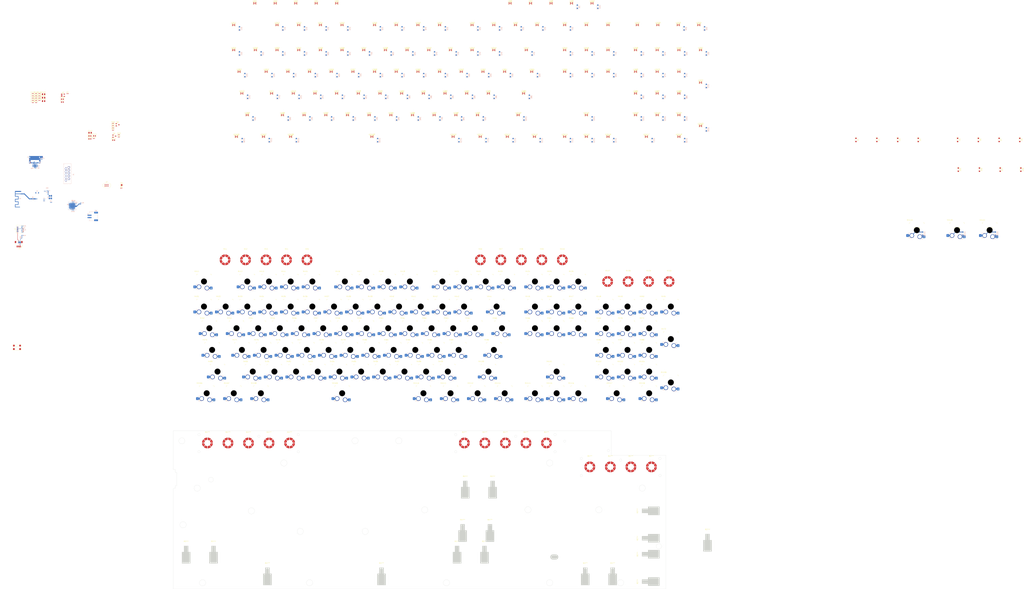
<source format=kicad_pcb>
(kicad_pcb (version 20241229) (generator "pcbnew") (generator_version "9.0")
  (layers (0 "F.Cu" signal) (2 "B.Cu" signal) (13 "F.Paste" user) (15 "B.Paste" user) (5 "F.SilkS" user "F.Silkscreen") (7 "B.SilkS" user "B.Silkscreen") (1 "F.Mask" user) (3 "B.Mask" user) (25 "Edge.Cuts" user))
  (net 0 "")
  (net 1 "/ANT_FEED")
  (net 2 "GND")
  (net 3 "+5V")
  (net 4 "/USB and Power management/V_BATT")
  (net 5 "/VDD_nRF")
  (net 6 "/VBATT_nRF")
  (net 7 "Net-(D2-A)")
  (net 8 "/ROW0")
  (net 9 "Net-(D4-A)")
  (net 10 "Net-(D6-A)")
  (net 11 "Net-(D8-A)")
  (net 12 "Net-(D10-A)")
  (net 13 "Net-(D12-A)")
  (net 14 "Net-(D14-A)")
  (net 15 "Net-(D16-A)")
  (net 16 "/ROW1")
  (net 17 "Net-(D18-A)")
  (net 18 "Net-(D20-A)")
  (net 19 "Net-(D22-A)")
  (net 20 "Net-(D24-A)")
  (net 21 "Net-(D26-A)")
  (net 22 "Net-(D28-A)")
  (net 23 "Net-(D30-A)")
  (net 24 "/ROW2")
  (net 25 "Net-(D32-A)")
  (net 26 "Net-(D34-A)")
  (net 27 "Net-(D36-A)")
  (net 28 "Net-(D38-A)")
  (net 29 "Net-(D40-A)")
  (net 30 "Net-(D42-A)")
  (net 31 "Net-(D44-A)")
  (net 32 "/ROW3")
  (net 33 "Net-(D46-A)")
  (net 34 "Net-(D48-A)")
  (net 35 "Net-(D50-A)")
  (net 36 "Net-(D52-A)")
  (net 37 "Net-(D54-A)")
  (net 38 "Net-(D56-A)")
  (net 39 "/ROW4")
  (net 40 "Net-(D58-A)")
  (net 41 "Net-(D60-A)")
  (net 42 "Net-(D62-A)")
  (net 43 "Net-(D64-A)")
  (net 44 "/USB_D-")
  (net 45 "/USB_D+")
  (net 46 "/DB_SWDCLK")
  (net 47 "/DB_SWDIO")
  (net 48 "/DB_SWO")
  (net 49 "/~{nReset}")
  (net 50 "Net-(J4-CC1)")
  (net 52 "Net-(J4-CC2)")
  (net 54 "GNDPWR")
  (net 55 "Net-(C19-Pad1)")
  (net 56 "/switch_matrix/ROWM")
  (net 57 "/switch_matrix/ROW0")
  (net 58 "/switch_matrix/ROW1")
  (net 59 "/switch_matrix/ROW2")
  (net 60 "/switch_matrix/ROW3")
  (net 61 "/switch_matrix/ROW4")
  (net 62 "/switch_matrix/ROW5")
  (net 63 "/COL10")
  (net 64 "/COL11")
  (net 65 "/COL12")
  (net 66 "/COL13")
  (net 67 "/COL14")
  (net 68 "/ROW5")
  (net 69 "/VDDH")
  (net 70 "Net-(D66-A)")
  (net 71 "Net-(D68-A)")
  (net 72 "Net-(D70-A)")
  (net 73 "Net-(D72-A)")
  (net 74 "Net-(D74-A)")
  (net 75 "Net-(D76-A)")
  (net 76 "Net-(D78-A)")
  (net 77 "Net-(D80-A)")
  (net 78 "Net-(D82-A)")
  (net 79 "Net-(D84-A)")
  (net 80 "Net-(D86-A)")
  (net 81 "Net-(D88-A)")
  (net 82 "Net-(D90-A)")
  (net 83 "Net-(D92-A)")
  (net 84 "Net-(D94-A)")
  (net 85 "Net-(D96-A)")
  (net 86 "Net-(D98-A)")
  (net 87 "Net-(D100-A)")
  (net 88 "Net-(D102-A)")
  (net 89 "Net-(D104-A)")
  (net 90 "Net-(D106-A)")
  (net 91 "Net-(D108-A)")
  (net 92 "Net-(D110-A)")
  (net 93 "Net-(D112-A)")
  (net 94 "Net-(D114-A)")
  (net 95 "Net-(D116-A)")
  (net 96 "Net-(D118-A)")
  (net 97 "Net-(D120-A)")
  (net 98 "Net-(D122-A)")
  (net 99 "/switch_matrix/K_RIGHT/DOUT")
  (net 100 "/switch_matrix/K_np0/DOUT")
  (net 101 "/switch_matrix/K_npDecimal/DOUT")
  (net 102 "/switch_matrix/K_DOWN/DOUT")
  (net 103 "/ROWM")
  (net 104 "/VOL_B")
  (net 105 "/VOL_C")
  (net 106 "/VOL_A")
  (net 107 "/COL18")
  (net 108 "/COL17")
  (net 109 "/COL19")
  (net 110 "/COL20")
  (net 111 "/COLM")
  (net 112 "/COL15")
  (net 113 "/COL16")
  (net 114 "Net-(D119-K)")
  (net 115 "Net-(U1-XC2)")
  (net 116 "Net-(U1-P0.00{slash}XL1)")
  (net 117 "Net-(U1-DEC4)")
  (net 118 "Net-(U1-P0.01{slash}XL2)")
  (net 119 "Net-(U1-XC1)")
  (net 120 "Net-(U1-DEC5)")
  (net 121 "Net-(U1-DEC3)")
  (net 122 "Net-(U1-DEC2)")
  (net 123 "Net-(U1-DEC1)")
  (net 124 "Net-(U1-DECUSB)")
  (net 125 "Net-(U1-ANT)")
  (net 126 "Net-(C140-Pad1)")
  (net 131 "Net-(J2-Pin_1)")
  (net 132 "Net-(L1-Pad2)")
  (net 133 "Net-(U1-DCCH)")
  (net 134 "Net-(U1-DCC)")
  (net 135 "Net-(U1-SWDCLK)")
  (net 136 "Net-(U1-SWDIO)")
  (net 137 "Net-(U1-P1.00{slash}SWO)")
  (net 138 "Net-(D120-K)")
  (net 139 "Net-(U4-ILIM)")
  (net 140 "Net-(U4-ISET)")
  (net 141 "/COL05")
  (net 142 "/COL03")
  (net 143 "/COL09")
  (net 144 "/COL06")
  (net 145 "/COL00")
  (net 146 "/COL08")
  (net 147 "/COL04")
  (net 148 "/COL02")
  (net 149 "/COL07")
  (net 150 "/COL01")
  (net 151 "Net-(U4-ITERM)")
  (net 152 "Net-(U4-TS)")
  (net 161 "Net-(D1-A)")
  (net 162 "Net-(D3-A)")
  (net 163 "Net-(D5-A)")
  (net 164 "Net-(D7-A)")
  (net 165 "Net-(D9-A)")
  (net 166 "Net-(D11-A)")
  (net 167 "Net-(D13-A)")
  (net 168 "Net-(D15-A)")
  (net 169 "Net-(D17-A)")
  (net 170 "Net-(D19-A)")
  (net 171 "Net-(D21-A)")
  (net 172 "Net-(D23-A)")
  (net 173 "Net-(D25-A)")
  (net 174 "Net-(D27-A)")
  (net 175 "Net-(D29-A)")
  (net 176 "Net-(D31-A)")
  (net 177 "Net-(D33-A)")
  (net 178 "Net-(D35-A)")
  (net 179 "Net-(D37-A)")
  (net 180 "Net-(D39-A)")
  (net 181 "Net-(D41-A)")
  (net 182 "Net-(D43-A)")
  (net 183 "Net-(D45-A)")
  (net 184 "Net-(D47-A)")
  (net 185 "Net-(D49-A)")
  (net 186 "Net-(D51-A)")
  (net 187 "Net-(D53-A)")
  (net 188 "Net-(D55-A)")
  (net 189 "Net-(D57-A)")
  (net 190 "Net-(D59-A)")
  (net 191 "Net-(D61-A)")
  (net 192 "Net-(D63-A)")
  (net 193 "Net-(D65-A)")
  (net 194 "Net-(D67-A)")
  (net 195 "Net-(D69-A)")
  (net 196 "Net-(D71-A)")
  (net 197 "Net-(D73-A)")
  (net 198 "Net-(D75-A)")
  (net 199 "Net-(D77-A)")
  (net 200 "Net-(D79-A)")
  (net 201 "Net-(D81-A)")
  (net 202 "Net-(D83-A)")
  (net 203 "Net-(D85-A)")
  (net 204 "Net-(D87-A)")
  (net 205 "Net-(D89-A)")
  (net 206 "Net-(D91-A)")
  (net 207 "Net-(D93-A)")
  (net 208 "Net-(D95-A)")
  (net 209 "Net-(D97-A)")
  (net 210 "Net-(D99-A)")
  (net 211 "Net-(D101-A)")
  (net 212 "Net-(D103-A)")
  (net 213 "Net-(D105-A)")
  (net 214 "Net-(D107-A)")
  (net 215 "Net-(D109-A)")
  (net 216 "Net-(D111-A)")
  (net 217 "Net-(D113-A)")
  (net 218 "Net-(D115-A)")
  (net 219 "Net-(D117-A)")
  (net 220 "Net-(D119-A)")
  (net 221 "Net-(D121-A)")
  (net 222 "Net-(D122-K)")
  (net 223 "Net-(D123-K)")
  (net 224 "Net-(D123-A)")
  (net 225 "Net-(D124-K)")
  (net 226 "Net-(D124-A)")
  (net 227 "Net-(Q1-PadG)")
  (net 228 "Net-(D121-K)")
  (net 229 "/LBAT_LED")
  (net 230 "Net-(Q3-PadG)")
  (net 231 "/CAPS_LED")
  (net 233 "/rgb-led_matrix/S1.2")
  (net 234 "/rgb-led_matrix/C1.4")
  (net 235 "/rgb-led_matrix/S1.3")
  (net 236 "/rgb-led_matrix/S1.1")
  (net 237 "/rgb-led_matrix/C1.5")
  (net 238 "/rgb-led_matrix/C1.6")
  (net 239 "/rgb-led_matrix/C1.7")
  (net 240 "/rgb-led_matrix/C1.9")
  (net 241 "/rgb-led_matrix/C1.10")
  (net 242 "/rgb-led_matrix/C1.11")
  (net 243 "/rgb-led_matrix/C1.12")
  (net 244 "/rgb-led_matrix/C1.2")
  (net 245 "/rgb-led_matrix/S2.3")
  (net 246 "/rgb-led_matrix/C2.1")
  (net 247 "/rgb-led_matrix/S2.2")
  (net 248 "/rgb-led_matrix/S2.1")
  (net 249 "/rgb-led_matrix/C2.2")
  (net 250 "/rgb-led_matrix/C2.3")
  (net 251 "/rgb-led_matrix/C2.4")
  (net 252 "/rgb-led_matrix/C2.5")
  (net 253 "/rgb-led_matrix/C2.6")
  (net 254 "/rgb-led_matrix/C2.7")
  (net 255 "/rgb-led_matrix/C2.8")
  (net 256 "/rgb-led_matrix/C2.9")
  (net 257 "/rgb-led_matrix/C2.10")
  (net 258 "/rgb-led_matrix/Mac\\Win/GRN")
  (net 259 "/rgb-led_matrix/Mac\\Win/BLU")
  (net 260 "/rgb-led_matrix/S1.5")
  (net 261 "/rgb-led_matrix/S1.4")
  (net 262 "/rgb-led_matrix/S1.6")
  (net 263 "/rgb-led_matrix/C1.3")
  (net 264 "/rgb-led_matrix/C1.8")
  (net 265 "/rgb-led_matrix/S2.6")
  (net 266 "/rgb-led_matrix/S2.5")
  (net 267 "/rgb-led_matrix/S2.4")
  (net 268 "/rgb-led_matrix/S1.8")
  (net 269 "/rgb-led_matrix/S1.7")
  (net 270 "/rgb-led_matrix/S1.9")
  (net 271 "/rgb-led_matrix/S2.9")
  (net 272 "/rgb-led_matrix/S2.7")
  (net 273 "/rgb-led_matrix/S2.8")
  (net 274 "/rgb-led_matrix/X/AN")
  (net 275 "/rgb-led_matrix/np2/AN")
  (net 276 "/rgb-led_matrix/np3/AN")
  (net 277 "/rgb-led_matrix/S1.10")
  (net 278 "/rgb-led_matrix/S1.12")
  (net 279 "/rgb-led_matrix/S1.11")
  (net 280 "/rgb-led_matrix/S2.12")
  (net 281 "/rgb-led_matrix/S2.10")
  (net 282 "/rgb-led_matrix/S2.11")
  (net 283 "/switch_matrix/COL1")
  (net 284 "/switch_matrix/COL3")
  (net 285 "/switch_matrix/COL4")
  (net 286 "/switch_matrix/COL8")
  (net 287 "/switch_matrix/COL5")
  (net 288 "/switch_matrix/COL6")
  (net 289 "/switch_matrix/COL9")
  (net 290 "/switch_matrix/COL10")
  (net 291 "/switch_matrix/COL11")
  (net 292 "/switch_matrix/COL12")
  (net 293 "/switch_matrix/COL13")
  (net 294 "/switch_matrix/COL14")
  (net 295 "/switch_matrix/COL15")
  (net 296 "/switch_matrix/COL16")
  (net 297 "/switch_matrix/COL17")
  (net 298 "/switch_matrix/COL2")
  (net 299 "/switch_matrix/COL7")
  (net 300 "/switch_matrix/COL18")
  (net 301 "/switch_matrix/COL19")
  (net 302 "/switch_matrix/COL20")
  (net 303 "/switch_matrix/COL21")
  (net 304 "Net-(U3-TS)")
  (net 305 "Net-(U3-ILIM)")
  (net 306 "Net-(U3-ISET)")
  (net 307 "Net-(U3-ITERM)")
  (net 308 "Net-(Q2-PadG)")
  (net 309 "/RGB_DOUT")
  (footprint "LED_SMD:LED_WS2812B-2020_PLCC4_2.0x2.0mm" (layer "F.Cu") (at 206.815 -65.2)
    (property "Reference" "LED79")
    (property "Value" "LED_ARGB")
  )
  (footprint "key-switches:SW_Gateron_LowProfile_HotSwap_PTH" (layer "F.Cu") (at 442.785 197.714)
    (property "Reference" "MX118")
    (property "Value" "1.00u" (hide yes))
  )
  (footprint "LED_SMD:LED_WS2812B-2020_PLCC4_2.0x2.0mm" (layer "F.Cu") (at 159.315 -46.2)
    (property "Reference" "LED92")
    (property "Value" "LED_ARGB")
  )
  (footprint "keyboard:C_0402_1005Metric" (layer "F.Cu") (at 183.065 -84.2)
    (property "Reference" "C57")
    (property "Value" "100nF")
  )
  (footprint "Resistor_SMD:R_0402_1005Metric" (layer "F.Cu") (at -27.2425 -38.855)
    (property "Reference" "R18")
    (property "Value" "10k")
  )
  (footprint "K618:membrane" (layer "F.Cu") (at 334.75 241.3)
    (property "Reference" "REF**")
    (property "Value" "membrane")
  )
  (footprint "keyboard:C_0402_1005Metric" (layer "F.Cu") (at 130.815 -65.2)
    (property "Reference" "C75")
    (property "Value" "100nF")
  )
  (footprint "LED_SMD:LED_WS2812B-2020_PLCC4_2.0x2.0mm" (layer "F.Cu") (at 292.315 -46.2)
    (property "Reference" "LED99")
    (property "Value" "LED_ARGB")
  )
  (footprint "key-switches:SW_Gateron_LowProfile_HotSwap_PTH" (layer "F.Cu") (at 461.785 150.214)
    (property "Reference" "MX72")
    (property "Value" "1.00u" (hide yes))
  )
  (footprint "key-switches:SW_Gateron_LowProfile_HotSwap_PTH" (layer "F.Cu") (at 218.775 159.714)
    (property "Reference" "MX81")
    (property "Value" "1.00u" (hide yes))
  )
  (footprint "LED_SMD:LED_WS2812B-2020_PLCC4_2.0x2.0mm" (layer "F.Cu") (at 327.94 -46.2)
    (property "Reference" "LED100")
    (property "Value" "LED_ARGB")
  )
  (footprint "LED_SMD:LED_WS2812B-2020_PLCC4_2.0x2.0mm" (layer "F.Cu") (at 168.8625 -144.164)
    (property "Reference" "LED5")
    (property "Value" "LED_ARGB")
  )
  (footprint "LED_SMD:LED_WS2812B-2020_PLCC4_2.0x2.0mm" (layer "F.Cu") (at 430.825 -84.2)
    (property "Reference" "LED69")
    (property "Value" "LED_ARGB")
  )
  (footprint "LED_SMD:LED_WS2812B-2020_PLCC4_2.0x2.0mm" (layer "F.Cu") (at 468.825 -65.2)
    (property "Reference" "LED88")
    (property "Value" "LED_ARGB")
  )
  (footprint "K618:stabilizer-cutout" (layer "F.Cu") (at 279.2 320.2)
    (property "Reference" "REF**")
    (property "Value" "stabilizer-cutout")
    (fp_poly (pts (xy 1.95 -2.4) (xy 1.95 -7.75) (xy -1.95 -7.75) (xy -1.95 -2.4) (xy -3.75 -2.4) (xy -3.75 7.75) (xy 3.75 7.75) (xy 3.75 -2.4)) (fill yes) (layer "Edge.Cuts"))
  )
  (footprint "key-switches:SW_Gateron_LowProfile_HotSwap_PTH" (layer "F.Cu") (at 59.65 159.714)
    (property "Reference" "MX73")
    (property "Value" "1.00u" (hide yes))
  )
  (footprint "keyboard:C_0402_1005Metric" (layer "F.Cu") (at 306.565 -103.2)
    (property "Reference" "C43")
    (property "Value" "100nF")
  )
  (footprint "LED_SMD:LED_WS2812B-2020_PLCC4_2.0x2.0mm" (layer "F.Cu") (at 339.815 -84.2)
    (property "Reference" "LED65")
    (property "Value" "LED_ARGB")
  )
  (footprint "LED_SMD:LED_WS2812B-2020_PLCC4_2.0x2.0mm" (layer "F.Cu") (at 128.44 -27.2)
    (property "Reference" "LED108")
    (property "Value" "LED_ARGB")
  )
  (footprint "keyboard:C_0402_1005Metric" (layer "F.Cu") (at 387.695 -103.2)
    (property "Reference" "C46")
    (property "Value" "100nF")
  )
  (footprint "keyboard:C_0402_1005Metric" (layer "F.Cu") (at 450.3475 -125.164)
    (property "Reference" "C28")
    (property "Value" "100nF")
  )
  (footprint "key-switches:SW_Gateron_LowProfile_HotSwap_PTH" (layer "F.Cu") (at 119.025 140.714)
    (property "Reference" "MX55")
    (property "Value" "1.00u" (hide yes))
  )
  (footprint "key-switches:SW_Gateron_LowProfile_HotSwap_PTH" (layer "F.Cu") (at 361.655 99.75)
    (property "Reference" "MX25")
    (property "Value" "1.00u" (hide yes))
  )
  (footprint "LED_SMD:LED_WS2812B-2020_PLCC4_2.0x2.0mm" (layer "F.Cu") (at 344.565 -125.164)
    (property "Reference" "LED23")
    (property "Value" "LED_ARGB")
  )
  (footprint "keyboard:C_0402_1005Metric" (layer "F.Cu") (at 202.065 -125.164)
    (property "Reference" "C16")
    (property "Value" "4u7F")
  )
  (footprint "keyboard:D_SOD-123F" (layer "F.Cu") (at 624.05 -24.35 -90)
    (property "Reference" "D1")
    (property "Value" "B140S1F-7")
  )
  (footprint "LED_SMD:LED_WS2812B-2020_PLCC4_2.0x2.0mm" (layer "F.Cu") (at 368.695 -125.164)
    (property "Reference" "LED24")
    (property "Value" "LED_ARGB")
  )
  (footprint "keyboard:D_SOD-123F" (layer "F.Cu") (at 678.65 -24.35 -90)
    (property "Reference" "D4")
    (property "Value" "B140S1F-7")
  )
  (footprint "LED_SMD:LED_WS2812B-2020_PLCC4_2.0x2.0mm" (layer "F.Cu") (at 154.565 -103.2)
    (property "Reference" "LED35")
    (property "Value" "LED_ARGB")
  )
  (footprint "keyboard:C_0402_1005Metric" (layer "F.Cu") (at 487.825 -74.7)
    (property "Reference" "C72")
    (property "Value" "100nF")
  )
  (footprint "K618:stabilizer-cutout" (layer "F.Cu") (at 444.15 338.8 90)
    (property "Reference" "REF**")
    (property "Value" "stabilizer-cutout")
    (fp_poly (pts (xy 1.95 -2.4) (xy 1.95 -7.75) (xy -1.95 -7.75) (xy -1.95 -2.4) (xy -3.75 -2.4) (xy -3.75 7.75) (xy 3.75 7.75) (xy 3.75 -2.4)) (fill yes) (layer "Edge.Cuts"))
  )
  (footprint "keyboard:C_0402_1005Metric" (layer "F.Cu") (at 116.565 -125.164)
    (property "Reference" "C12")
    (property "Value" "100pF")
  )
  (footprint "LED_SMD:LED_WS2812B-2020_PLCC4_2.0x2.0mm" (layer "F.Cu") (at 287.565 -103.2)
    (property "Reference" "LED42")
    (property "Value" "LED_ARGB")
  )
  (footprint "keyboard:C_0402_1005Metric" (layer "F.Cu") (at 168.815 -65.2)
    (property "Reference" "C77")
    (property "Value" "100nF")
  )
  (footprint "LED_SMD:LED_WS2812B-2020_PLCC4_2.0x2.0mm" (layer "F.Cu") (at 306.565 -125.164)
    (property "Reference" "LED21")
    (property "Value" "LED_ARGB")
  )
  (footprint "keyboard:C_0402_1005Metric" (layer "F.Cu") (at 78.565 -125.164)
    (property "Reference" "C11")
    (property "Value" "820pF")
  )
  (footprint "LED_SMD:LED_WS2812B-2020_PLCC4_2.0x2.0mm" (layer "F.Cu") (at 368.695 -84.2)
    (property "Reference" "LED66")
    (property "Value" "LED_ARGB")
  )
  (footprint "keyboard:C_0402_1005Metric" (layer "F.Cu") (at 338.8175 -144.164)
    (property "Reference" "C7")
    (property "Value" "100nF")
  )
  (footprint "LED_SMD:LED_WS2812B-2020_PLCC4_2.0x2.0mm" (layer "F.Cu") (at 97.565 -103.2)
    (property "Reference" "LED32")
    (property "Value" "LED_ARGB")
  )
  (footprint "key-switches:SW_Gateron_LowProfile_HotSwap_PTH" (layer "F.Cu") (at 442.785 159.714)
    (property "Reference" "MX88")
    (property "Value" "1.00u" (hide yes))
  )
  (footprint "key-switches:SW_Gateron_LowProfile_HotSwap_PTH" (layer "F.Cu") (at 204.525 121.714)
    (property "Reference" "MX39")
    (property "Value" "1.00u" (hide yes))
  )
  (footprint "keyboard:C_0402_1005Metric" (layer "F.Cu") (at 159.315 -46.2)
    (property "Reference" "C92")
    (property "Value" "100nF")
  )
  (footprint "key-switches:SW_Gateron_LowProfile_HotSwap_PTH" (layer "F.Cu") (at 157.025 140.714)
    (property "Reference" "MX57")
    (property "Value" "1.00u" (hide yes))
  )
  (footprint "LED_SMD:LED_WS2812B-2020_PLCC4_2.0x2.0mm" (layer "F.Cu") (at 487.825 -36.7)
    (property "Reference" "LED105")
    (property "Value" "LED_ARGB")
  )
  (footprint "LED_SMD:LED_WS2812B-2020_PLCC4_2.0x2.0mm" (layer "F.Cu") (at 387.695 -103.2)
    (property "Reference" "LED46")
    (property "Value" "LED_ARGB")
  )
  (footprint "keyboard:C_0402_1005Metric" (layer "F.Cu") (at 430.825 -103.2)
    (property "Reference" "C48")
    (property "Value" "100nF")
  )
  (footprint "keyboard:C_0402_1005Metric" (layer "F.Cu") (at -91.732684 -64.931017)
    (property "Reference" "C135")
    (property "Value" "100nF")
  )
  (footprint "keyboard:C_0402_1005Metric" (layer "F.Cu") (at 187.815 -65.2)
    (property "Reference" "C78")
    (property "Value" "100nF")
  )
  (footprint "LED_SMD:LED_WS2812B-2020_PLCC4_2.0x2.0mm" (layer "F.Cu") (at 270.94 -27.2)
    (property "Reference" "LED110")
    (property "Value" "LED_ARGB")
  )
  (footprint "key-switches:SW_Gateron_LowProfile_HotSwap_PTH" (layer "F.Cu") (at 233.025 99.75)
    (property "Reference" "MX19")
    (property "Value" "1.00u" (hide yes))
  )
  (footprint "keyboard:SOT-23-3" (layer "F.Cu") (at -26.1225 -27.665)
    (property "Reference" "Q1")
    (property "Value" "Q_NMOS")
  )
  (footprint "LED_SMD:LED_WS2812B-2020_PLCC4_2.0x2.0mm" (layer "F.Cu") (at 432.3925 -125.164)
    (property "Reference" "LED27")
    (property "Value" "LED_ARGB")
  )
  (footprint "keyboard:C_0402_1005Metric" (layer "F.Cu") (at 468.825 -84.2)
    (property "Reference" "C71")
    (property "Value" "100nF")
  )
  (footprint "LED_SMD:LED_WS2812B-2020_PLCC4_2.0x2.0mm" (layer "F.Cu") (at 244.815 -65.2)
    (property "Reference" "LED81")
    (property "Value" "LED_ARGB")
  )
  (footprint "LED_SMD:LED_WS2812B-2020_PLCC4_2.0x2.0mm" (layer "F.Cu") (at 306.565 -103.2)
    (property "Reference" "LED43")
    (property "Value" "LED_ARGB")
  )
  (footprint "keyboard:C_0402_1005Metric" (layer "F.Cu") (at 90.44 -46.2)
    (property "Reference" "C89")
    (property "Value" "100nF")
  )
  (footprint "keyboard:LED_0603_1608Metric" (layer "F.Cu") (at -47.485 -25.255)
    (property "Reference" "D123")
    (property "Value" "LED")
  )
  (footprint "keyboard:LED_WS2812B-2020_PLCC4_2.0x2.0mm" (layer "F.Cu") (at 677.4075 54.75)
    (property "Reference" "LED119")
    (property "Value" "WS2812B")
  )
  (footprint "key-switches:SW_Gateron_LowProfile_HotSwap_PTH" (layer "F.Cu") (at 301.9 178.714)
    (property "Reference" "MX100")
    (property "Value" "1.00u" (hide yes))
  )
  (footprint "LED_SMD:LED_WS2812B-2020_PLCC4_2.0x2.0mm" (layer "F.Cu") (at 107.065 -84.2)
    (property "Reference" "LED53")
    (property "Value" "LED_ARGB")
  )
  (footprint "key-switches:SW_Gateron_LowProfile_HotSwap_PTH" (layer "F.Cu") (at 81.025 140.714)
    (property "Reference" "MX53")
    (property "Value" "1.00u" (hide yes))
  )
  (footprint "LED_SMD:LED_WS2812B-2020_PLCC4_2.0x2.0mm" (layer "F.Cu") (at 392.6825 -144.164)
    (property "Reference" "LED10")
    (property "Value" "LED_ARGB")
  )
  (footprint "Connector_Molex:Molex_PicoBlade_53048-0410_1x04_P1.25mm_Horizontal" (layer "F.Cu") (at -110.895 55.9395 90)
    (property "Reference" "J3")
    (property "Value" "53047-0460")
  )
  (footprint "key-switches:SW_Gateron_LowProfile_HotSwap_PTH" (layer "F.Cu") (at 380.655 197.714)
    (property "Reference" "MX116")
    (property "Value" "1.00u" (hide yes))
  )
  (footprint "key-switches:SW_Gateron_LowProfile_HotSwap_PTH" (layer "F.Cu") (at 195.025 140.714)
    (property "Reference" "MX59")
    (property "Value" "1.00u" (hide yes))
  )
  (footprint "keyboard:C_0402_1005Metric" (layer "F.Cu") (at 202.065 -84.2)
    (property "Reference" "C58")
    (property "Value" "100nF")
  )
  (footprint "keyboard:C_0402_1005Metric" (layer "F.Cu") (at 440.325 -27.2)
    (property "Reference" "C117")
    (property "Value" "100nF")
  )
  (footprint "keyboard:C_0402_1005Metric" (layer "F.Cu") (at 449.825 -84.2)
    (property "Reference" "C70")
    (property "Value" "100nF")
  )
  (footprint "keyboard:C_0402_1005Metric" (layer "F.Cu") (at 294.69 -27.2)
    (property "Reference" "C111")
    (property "Value" "100nF")
  )
  (footprint "LED_SMD:LED_WS2812B-2020_PLCC4_2.0x2.0mm" (layer "F.Cu") (at 318.44 -27.2)
    (property "Reference" "LED112")
    (property "Value" "LED_ARGB")
  )
  (footprint "K618:membrane" (layer "F.Cu") (at 408.75 262.25)
    (property "Reference" "REF**")
    (property "Value" "membrane")
  )
  (footprint "key-switches:SW_Gateron_LowProfile_HotSwap_PTH" (layer "F.Cu") (at 361.655 121.714)
    (property "Reference" "MX46")
    (property "Value" "1.00u" (hide yes))
  )
  (footprint "key-switches:SW_Gateron_LowProfile_HotSwap_PTH" (layer "F.Cu") (at 190.275 178.714)
    (property "Reference" "MX95")
    (property "Value" "1.00u" (hide yes))
  )
  (footprint "keyboard:C_0402_1005Metric" (layer "F.Cu") (at 225.815 -65.2)
    (property "Reference" "C80")
    (property "Value" "100nF")
  )
  (footprint "key-switches:SW_Gateron_LowProfile_HotSwap_PTH" (layer "F.Cu") (at 100.025 140.714)
    (property "Reference" "MX54")
    (property "Value" "1.00u" (hide yes))
  )
  (footprint "keyboard:C_0402_1005Metric" (layer "F.Cu") (at 126.065 -84.2)
    (property "Reference" "C54")
    (property "Value" "100nF")
  )
  (footprint "LED_SMD:LED_WS2812B-2020_PLCC4_2.0x2.0mm" (layer "F.Cu") (at 202.065 -84.2)
    (property "Reference" "LED58")
    (property "Value" "LED_ARGB")
  )
  (footprint "LED_SMD:LED_WS2812B-2020_PLCC4_2.0x2.0mm" (layer "F.Cu") (at 440.325 -27.2)
    (property "Reference" "LED117")
    (property "Value" "LED_ARGB")
  )
  (footprint "key-switches:SW_Gateron_LowProfile_HotSwap_PTH" (layer "F.Cu") (at 176.025 140.714)
    (property "Reference" "MX58")
    (property "Value" "1.00u" (hide yes))
  )
  (footprint "K618:stabilizer-cutout" (layer "F.Cu") (at 303.2 320.2)
    (property "Reference" "REF**")
    (property "Value" "stabilizer-cutout")
    (fp_poly (pts (xy 1.95 -2.4) (xy 1.95 -7.75) (xy -1.95 -7.75) (xy -1.95 -2.4) (xy -3.75 -2.4) (xy -3.75 7.75) (xy 3.75 7.75) (xy 3.75 -2.4)) (fill yes) (layer "Edge.Cuts"))
  )
  (footprint "LED_SMD:LED_WS2812B-2020_PLCC4_2.0x2.0mm" (layer "F.Cu") (at 430.825 -65.2)
    (property "Reference" "LED86")
    (property "Value" "LED_ARGB")
  )
  (footprint "keyboard:C_0402_1005Metric" (layer "F.Cu") (at 216.315 -46.2)
    (property "Reference" "C95")
    (property "Value" "100nF")
  )
  (footprint "LED_SMD:LED_WS2812B-2020_PLCC4_2.0x2.0mm" (layer "F.Cu") (at 149.815 -65.2)
    (property "Reference" "LED76")
    (property "Value" "LED_ARGB")
  )
  (footprint "LED_SMD:LED_WS2812B-2020_PLCC4_2.0x2.0mm" (layer "F.Cu") (at 278.065 -84.2)
    (property "Reference" "LED62")
    (property "Value" "LED_ARGB")
  )
  (footprint "K618:membrane" (layer "F.Cu") (at 298.75 241.3)
    (property "Reference" "REF**")
    (property "Value" "membrane")
  )
  (footprint "keyboard:C_0402_1005Metric" (layer "F.Cu") (at 392.6825 -144.164)
    (property "Reference" "C10")
    (property "Value" "100nF")
  )
  (footprint "LED_SMD:LED_WS2812B-2020_PLCC4_2.0x2.0mm" (layer "F.Cu") (at 430.825 -46.2)
    (property "Reference" "LED102")
    (property "Value" "LED_ARGB")
  )
  (footprint "key-switches:SW_Gateron_LowProfile_HotSwap_PTH" (layer "F.Cu") (at 64.4 178.714)
    (property "Reference" "MX89")
    (property "Value" "1.00u" (hide yes))
  )
  (footprint "K618:membrane" (layer "F.Cu") (at 406.3525 99.75)
    (property "Reference" "MX27")
    (property "Value" "1.00u")
  )
  (footprint "keyboard:C_0402_1005Metric" (layer "F.Cu") (at -94.602684 -57.051017)
    (property "Reference" "C134")
    (property "Value" "DNP")
  )
  (footprint "LED_SMD:LED_WS2812B-2020_PLCC4_2.0x2.0mm" (layer "F.Cu") (at 197.315 -46.2)
    (property "Reference" "LED94")
    (property "Value" "LED_ARGB")
  )
  (footprint "K618:stabilizer-cutout" (layer "F.Cu") (at 305.55 282.2)
    (property "Reference" "REF**")
    (property "Value" "stabilizer-cutout")
    (fp_poly (pts (xy 1.95 -2.4) (xy 1.95 -7.75) (xy -1.95 -7.75) (xy -1.95 -2.4) (xy -3.75 -2.4) (xy -3.75 7.75) (xy 3.75 7.75) (xy 3.75 -2.4)) (fill yes) (layer "Edge.Cuts"))
  )
  (footprint "key-switches:SW_Gateron_LowProfile_HotSwap_PTH" (layer "F.Cu") (at 342.655 121.714)
    (property "Reference" "MX45")
    (property "Value" "1.00u" (hide yes))
  )
  (footprint "keyboard:C_0402_1005Metric" (layer "F.Cu") (at 387.695 -125.164)
    (property "Reference" "C25")
    (property "Value" "100nF")
  )
  (footprint "keyboard:R_0402_1005Metric" (layer "F.Cu") (at -27.2425 -34.875)
    (property "Reference" "R23")
    (property "Value" "100")
  )
  (footprint "key-switches:SW_Gateron_LowProfile_HotSwap_PTH" (layer "F.Cu") (at 195.025 99.75)
    (property "Reference" "MX17")
    (property "Value" "1.00u" (hide yes))
  )
  (footprint "LED_SMD:LED_WS2812B-2020_PLCC4_2.0x2.0mm" (layer "F.Cu") (at 130.815 -65.2)
    (property "Reference" "LED75")
    (property "Value" "LED_ARGB")
  )
  (footprint "keyboard:LED_WS2812B-2020_PLCC4_2.0x2.0mm" (layer "F.Cu") (at 741.225 54.75)
    (property "Reference" "LED121")
    (property "Value" "WS2812B")
  )
  (footprint "keyboard:C_0402_1005Metric" (layer "F.Cu") (at 356.7725 -144.164)
    (property "Reference" "C8")
    (property "Value" "8pF")
  )
  (footprint "K618:membrane" (layer "F.Cu") (at 442.2625 99.75)
    (property "Reference" "MX29")
    (property "Value" "1.00u")
  )
  (footprint "keyboard:C_0402_1005Metric" (layer "F.Cu") (at 712.65 54.75)
    (property "Reference" "C120")
    (property "Value" "100nF")
  )
  (footprint "key-switches:SW_Gateron_LowProfile_HotSwap_PTH" (layer "F.Cu") (at 280.525 99.75)
    (property "Reference" "MX21")
    (property "Value" "1.00u" (hide yes))
  )
  (footprint "key-switches:SW_Gateron_LowProfile_HotSwap_PTH" (layer "F.Cu") (at 316.15 197.714)
    (property "Reference" "MX113")
    (property "Value" "1.00u" (hide yes))
  )
  (footprint "key-switches:SW_Gateron_LowProfile_HotSwap_PTH" (layer "F.Cu") (at 266.275 178.714)
    (property "Reference" "MX99")
    (property "Value" "1.00u" (hide yes))
  )
  (footprint "K618:membrane" (layer "F.Cu") (at 312.7775 80.75)
    (property "Reference" "MX7")
    (property "Value" "1.00u")
  )
  (footprint "LED_SMD:LED_WS2812B-2020_PLCC4_2.0x2.0mm" (layer "F.Cu") (at 140.315 -46.2)
    (property "Reference" "LED91")
    (property "Value" "LED_ARGB")
  )
  (footprint "keyboard:C_0402_1005Metric" (layer "F.Cu") (at 249.565 -103.2)
    (property "Reference" "C40")
    (property "Value" "100nF")
  )
  (footprint "key-switches:SW_Gateron_LowProfile_HotSwap_PTH" (layer "F.Cu") (at 741.225 54.75)
    (property "Reference" "MX121")
    (property "Value" "1.00u" (hide yes))
  )
  (footprint "key-switches:SW_Gateron_LowProfile_HotSwap_PTH" (layer "F.Cu") (at 223.525 121.714)
    (property "Reference" "MX40")
    (property "Value" "1.00u" (hide yes))
  )
  (footprint "key-switches:SW_Gateron_LowProfile_HotSwap_PTH" (layer "F.Cu") (at 185.525 121.714)
    (property "Reference" "MX38")
    (property "Value" "1.00u" (hide yes))
  )
  (footprint "keyboard:R_0402_1005Metric" (layer "F.Cu") (at -27.2425 -32.885)
    (property "Reference" "R24")
    (property "Value" "10k")
  )
  (footprint "keyboard:C_0402_1005Metric" (layer "F.Cu") (at 211.565 -103.2)
    (property "Reference" "C38")
    (property "Value" "100nF")
  )
  (footprint "keyboard:BLE-symbol" (layer "F.Cu") (at -83.481817 -61.532738)
    (property "Reference" "S2" (hide yes))
    (property "Value" "~" (hide yes))
  )
  (footprint "LED_SMD:LED_WS2812B-2020_PLCC4_2.0x2.0mm" (layer "F.Cu") (at 320.8625 -144.164)
    (property "Reference" "LED6")
    (property "Value" "LED_ARGB")
  )
  (footprint "keyboard:C_0402_1005Metric" (layer "F.Cu") (at 230.565 -103.2)
    (property "Reference" "C39")
    (property "Value" "100nF")
  )
  (footprint "keyboard:C_0402_1005Metric" (layer "F.Cu") (at 374.7275 -144.164)
    (property "Reference" "C9")
    (property "Value" "8pF")
  )
  (footprint "keyboard:C_0402_1005Metric" (layer "F.Cu") (at 221.065 -84.2)
    (property "Reference" "C59")
    (property "Value" "100nF")
  )
  (footprint "LED_SMD:LED_WS2812B-2020_PLCC4_2.0x2.0mm" (layer "F.Cu") (at 116.565 -125.164)
    (property "Reference" "LED12")
    (property "Value" "LED_ARGB")
  )
  (footprint "LED_SMD:LED_WS2812B-2020_PLCC4_2.0x2.0mm" (layer "F.Cu") (at 338.8175 -144.164)
    (property "Reference" "LED7")
    (property "Value" "LED_ARGB")
  )
  (footprint "key-switches:SW_Gateron_LowProfile_HotSwap_PTH" (layer "F.Cu") (at 404.785 121.714)
    (property "Reference" "MX48")
    (property "Value" "1.00u" (hide yes))
  )
  (footprint "keyboard:C_0402_1005Metric" (layer "F.Cu") (at -94.602684 -60.991017)
    (property "Reference" "C132")
    (property "Value" "820pF")
  )
  (footprint "LED_SMD:LED_WS2812B-2020_PLCC4_2.0x2.0mm" (layer "F.Cu") (at 230.565 -103.2)
    (property "Reference" "LED39")
    (property "Value" "LED_ARGB")
  )
  (footprint "keyboard:C_0402_1005Metric" (layer "F.Cu") (at 132.9525 -144.164)
    (property "Reference" "C3")
    (property "Value" "8pF")
  )
  (footprint "LED_SMD:LED_WS2812B-2020_PLCC4_2.0x2.0mm" (layer "F.Cu") (at 487.825 -74.7)
    (property "Reference" "LED72")
    (property "Value" "LED_ARGB")
  )
  (footprint "LED_SMD:LED_WS2812B-2020_PLCC4_2.0x2.0mm" (layer "F.Cu") (at 468.825 -84.2)
    (property "Reference" "LED71")
    (property "Value" "LED_ARGB")
  )
  (footprint "key-switches:SW_Gateron_LowProfile_HotSwap_PTH" (layer "F.Cu") (at 147.525 99.75)
    (property "Reference" "MX15")
    (property "Value" "1.00u" (hide yes))
  )
  (footprint "keyboard:C_0805_2012Metric" (layer "F.Cu") (at -88.072684 -64.411017)
    (property "Reference" "C122")
    (property "Value" "4u7F")
  )
  (footprint "keyboard:C_0402_1005Metric" (layer "F.Cu") (at -91.732684 -62.961017)
    (property "Reference" "C136")
    (property "Value" "100nF")
  )
  (footprint "LED_SMD:LED_WS2812B-2020_PLCC4_2.0x2.0mm" (layer "F.Cu") (at 335.065 -103.2)
    (property "Reference" "LED44")
    (property "Value" "LED_ARGB")
  )
  (footprint "K618:membrane" (layer "F.Cu") (at 460.2175 99.75)
    (property "Reference" "MX30")
    (property "Value" "1.00u")
  )
  (footprint "K618:membrane" (layer "F.Cu") (at 390.75 262.25)
    (property "Reference" "REF**")
    (property "Value" "membrane")
  )
  (footprint "key-switches:SW_Gateron_LowProfile_HotSwap_PTH" (layer "F.Cu") (at 109.525 99.75)
    (property "Reference" "MX13")
    (property "Value" "1.00u" (hide yes))
  )
  (footprint "keyboard:D_SOD-123F" (layer "F.Cu") (at 767.65 -24.35 -90)
    (property "Reference" "D8")
    (property "Value" "B140S1F-7")
  )
  (footprint "keyboard:C_0402_1005Metric" (layer "F.Cu") (at 83.315 -84.2)
    (property "Reference" "C52")
    (property "Value" "100nF")
  )
  (footprint "keyboard:C_0402_1005Metric" (layer "F.Cu") (at 339.815 -84.2)
    (property "Reference" "C65")
    (property "Value" "100nF")
  )
  (footprint "keyboard:C_0402_1005Metric" (layer "F.Cu") (at 244.815 -65.2)
    (property "Reference" "C81")
    (property "Value" "100nF")
  )
  (footprint "K618:membrane" (layer "F.Cu") (at 366.6425 80.75)
    (property "Reference" "MX10")
    (property "Value" "1.00u")
  )
  (footprint "keyboard:C_0402_1005Metric" (layer "F.Cu") (at 387.695 -27.2)
    (property "Reference" "C115")
    (property "Value" "100nF")
  )
  (footprint "key-switches:SW_Gateron_LowProfile_HotSwap_PTH" (layer "F.Cu") (at 109.525 121.714)
    (property "Reference" "MX34")
    (property "Value" "1.00u" (hide yes))
  )
  (footprint "LED_SMD:LED_WS2812B-2020_PLCC4_2.0x2.0mm" (layer "F.Cu") (at 211.565 -103.2)
    (property "Reference" "LED38")
    (property "Value" "LED_ARGB")
  )
  (footprint "keyboard:C_0402_1005Metric" (layer "F.Cu") (at 368.695 -27.2)
    (property "Reference" "C114")
    (property "Value" "100nF")
  )
  (footprint "LED_SMD:LED_WS2812B-2020_PLCC4_2.0x2.0mm" (layer "F.Cu") (at 104.69 -27.2)
    (property "Reference" "LED107")
    (property "Value" "LED_ARGB")
  )
  (footprint "LED_SMD:LED_WS2812B-2020_PLCC4_2.0x2.0mm" (layer "F.Cu") (at 221.065 -125.164)
    (property "Reference" "LED17")
    (property "Value" "LED_ARGB")
  )
  (footprint "key-switches:SW_Gateron_LowProfile_HotSwap_PTH" (layer "F.Cu") (at 166.525 121.714)
    (property "Reference" "MX37")
    (property "Value" "1.00u" (hide yes))
  )
  (footprint "key-switches:SW_Gateron_LowProfile_HotSwap_PTH" (layer "F.Cu") (at 102.4 197.714)
    (property "Reference" "MX108")
    (property "Value" "1.00u" (hide yes))
  )
  (footprint "LED_SMD:LED_WS2812B-2020_PLCC4_2.0x2.0mm" (layer "F.Cu") (at 268.565 -103.2)
    (property "Reference" "LED41")
    (property "Value" "LED_ARGB")
  )
  (footprint "keyboard:C_0402_1005Metric" (layer "F.Cu") (at 85.69 -65.2)
    (property "Reference" "C73")
    (property "Value" "100nF")
  )
  (footprint "key-switches:SW_Gateron_LowProfile_HotSwap_PTH" (layer "F.Cu") (at 423.785 140.714)
    (property "Reference" "MX70")
    (property "Value" "1.00u" (hide yes))
  )
  (footprint "LED_SMD:LED_WS2812B-2020_PLCC4_2.0x2.0mm" (layer "F.Cu") (at 387.695 -46.2)
    (property "Reference" "LED101")
    (property "Value" "LED_ARGB")
  )
  (footprint "key-switches:SW_Gateron_LowProfile_HotSwap_PTH" (layer "F.Cu") (at 261.525 121.714)
    (property "Reference" "MX42")
    (property "Value" "1.00u" (hide yes))
  )
  (footprint "keyboard:D_SOD-123F" (layer "F.Cu") (at 642.38 -24.35 -90)
    (property "Reference" "D2")
    (property "Value" "B140S1F-7")
  )
  (footprint "keyboard:C_0402_1005Metric" (layer "F.Cu") (at 145.065 -84.2)
    (property "Reference" "C55")
    (property "Value" "100nF")
  )
  (footprint "LED_SMD:LED_WS2812B-2020_PLCC4_2.0x2.0mm" (layer "F.Cu") (at 406.695 -27.2)
    (property "Reference" "LED116")
    (property "Value" "LED_ARGB")
  )
  (footprint "LED_SMD:LED_WS2812B-2020_PLCC4_2.0x2.0mm" (layer "F.Cu") (at 449.825 -65.2)
    (property "Reference" "LED87")
    (property "Value" "LED_ARGB")
  )
  (footprint "keyboard:R_0402_1005Metric" (layer "F.Cu") (at -22.0925 -26.905)
    (property "Reference" "R21")
    (property "Value" "100")
  )
  (footprint "keyboard:C_0402_1005Metric" (layer "F.Cu") (at 387.695 -46.2)
    (property "Reference" "C101")
    (property "Value" "100nF")
  )
  (footprint "key-switches:SW_Gateron_LowProfile_HotSwap_PTH" (layer "F.Cu") (at 133.275 178.714)
    (property "Reference" "MX92")
    (property "Value" "1.00u" (hide yes))
  )
  (footprint "key-switches:SW_Gateron_LowProfile_HotSwap_PTH" (layer "F.Cu") (at 404.785 178.714)
    (property "Reference" "MX102")
    (property "Value" "1.00u" (hide yes))
  )
  (footprint "LED_SMD:LED_WS2812B-2020_PLCC4_2.0x2.0mm" (layer "F.Cu") (at 368.695 -27.2)
    (property "Reference" "LED114")
    (property "Value" "LED_ARGB")
  )
  (footprint "key-switches:SW_Gateron_LowProfile_HotSwap_PTH" (layer "F.Cu") (at 152.275 178.714)
    (property "Reference" "MX93")
    (property "Value" "1.00u" (hide yes))
  )
  (footprint "keyboard:C_0402_1005Metric" (layer "F.Cu") (at 342.19 -27.2)
    (property "Reference" "C113")
    (property "Value" "100nF")
  )
  (footprint "key-switches:SW_Gateron_LowProfile_HotSwap_PTH" (layer "F.Cu") (at 380.655 140.714)
    (property "Reference" "MX68")
    (property "Value" "1.00u" (hide yes))
  )
  (footprint "K618:stabilizer-cutout" (layer "F.Cu") (at 493.9 328.75)
    (property "Reference" "REF**")
    (property "Value" "stabilizer-cutout")
    (fp_poly (pts (xy 1.95 -2.4) (xy 1.95 -7.75) (xy -1.95 -7.75) (xy -1.95 -2.4) (xy -3.75 -2.4) (xy -3.75 7.75) (xy 3.75 7.75) (xy 3.75 -2.4)) (fill yes) (layer "Edge.Cuts"))
  )
  (footprint "keyboard:C_0402_1005Metric" (layer "F.Cu") (at 316.065 -84.2)
    (property "Reference" "C64")
    (property "Value" "100nF")
  )
  (footprint "LED_SMD:LED_WS2812B-2020_PLCC4_2.0x2.0mm" (layer "F.Cu") (at 178.315 -46.2)
    (property "Reference" "LED93")
    (property "Value" "LED_ARGB")
  )
  (footprint "key-switches:SW_Gateron_LowProfile_HotSwap_PTH" (layer "F.Cu") (at 228.275 178.714)
    (property "Reference" "MX97")
    (property "Value" "1.00u" (hide yes))
  )
  (footprint "keyboard:C_0402_1005Metric" (layer "F.Cu") (at 168.8625 -144.164)
    (property "Reference" "C5")
    (property "Value" "100nF")
  )
  (footprint "keyboard:LED_WS2812B-2020_PLCC4_2.0x2.0mm" (layer "F.Cu") (at 712.65 54.75)
    (property "Reference" "LED120")
    (property "Value" "WS2812B")
  )
  (footprint "keyboard:C_0402_1005Metric" (layer "F.Cu") (at 254.315 -46.2)
    (property "Reference" "C97")
    (property "Value" "100nF")
  )
  (footprint "keyboard:C_0402_1005Metric" (layer "F.Cu") (at 297.065 -84.2)
    (property "Reference" "C63")
    (property "Value" "100nF")
  )
  (footprint "keyboard:D_SOD-123F" (layer "F.Cu") (at 749.55 -24.35 -90)
    (property "Reference" "D7")
    (property "Value" "B140S1F-7")
  )
  (footprint "LED_SMD:LED_WS2812B-2020_PLCC4_2.0x2.0mm" (layer "F.Cu") (at 154.565 -125.164)
    (property "Reference" "LED14")
    (property "Value" "LED_ARGB")
  )
  (footprint "keyboard:C_0402_1005Metric" (layer "F.Cu") (at -91.732684 -60.991017)
    (property "Reference" "C138")
    (property "Value" "1pF")
  )
  (footprint "keyboard:ZMK_logo" (layer "F.Cu") (at -106.265 -63.845)
    (property "Reference" "S3" (hide yes))
    (property "Value" "~" (hide yes))
  )
  (footprint "key-switches:SW_Gateron_LowProfile_HotSwap_PTH" (layer "F.Cu") (at 85.775 159.714)
    (property "Reference" "MX74")
    (property "Value" "1.00u" (hide yes))
  )
  (footprint "TestPoint:TestPoint_Pad_D1.5mm" (layer "F.Cu") (at -19.655 15.185)
    (property "Reference" "TP1")
    (property "Value" "TestPoint")
  )
  (footprint "K618:membrane" (layer "F.Cu") (at 71.0025 80.75)
    (property "Reference" "MX1")
    (property "Value" "1.00u")
  )
  (footprint "LED_SMD:LED_WS2812B-2020_PLCC4_2.0x2.0mm" (layer "F.Cu") (at 449.825 -46.2)
    (property "Reference" "LED103")
    (property "Value" "LED_ARGB")
  )
  (footprint "key-switches:SW_Gateron_LowProfile_HotSwap_PTH" (layer "F.Cu") (at 244.9 197.714)
    (property "Reference" "MX110")
    (property "Value" "1.00u" (hide yes))
  )
  (footprint "LED_SMD:LED_WS2812B-2020_PLCC4_2.0x2.0mm" (layer "F.Cu") (at 216.315 -46.2)
    (property "Reference" "LED95")
    (property "Value" "LED_ARGB")
  )
  (footprint "keyboard:D_SOD-123F" (layer "F.Cu") (at 750.5 1.705 -90)
    (property "Reference" "D27")
    (property "Value" "B140S1F-7")
  )
  (footprint "K618:membrane" (layer "F.Cu") (at 316.75 241.3)
    (property "Reference" "REF**")
    (property "Value" "membrane")
  )
  (footprint "key-switches:SW_Gateron_LowProfile_HotSwap_PTH" (layer "F.Cu") (at 423.785 159.714)
    (property "Reference" "MX87")
    (property "Value" "1.00u" (hide yes))
  )
  (footprint "K618:membrane" (layer "F.Cu") (at 127.55 241.3)
    (property "Reference" "REF**")
    (property "Value" "membrane")
  )
  (footprint "keyboard:C_0603_1608Metric" (layer "F.Cu") (at -71.622684 -60.041017)
    (property "Reference" "C125")
    (property "Value" "1uF")
  )
  (footprint "keyboard:C_0402_1005Metric" (layer "F.Cu") (at -97.472684 -59.021017)
    (property "Reference" "C128")
    (property "Value" "100nF")
  )
  (footprint "keyboard:C_0402_1005Metric" (layer "F.Cu") (at 368.695 -103.2)
    (property "Reference" "C45")
    (property "Value" "100nF")
  )
  (footprint "K618:membrane" (layer "F.Cu") (at 294.8225 80.75)
    (property "Reference" "MX6")
    (property "Value" "1.00u")
  )
  (footprint "keyboard:C_0402_1005Metric" (layer "F.Cu") (at 150.9075 -144.164)
    (property "Reference" "C4")
    (property "Value" "1uF")
  )
  (footprint "keyboard:C_0402_1005Metric" (layer "F.Cu") (at 430.825 -46.2)
    (property "Reference" "C102")
    (property "Value" "100nF")
  )
  (footprint "key-switches:SW_Gateron_LowProfile_HotSwap_PTH" (layer "F.Cu") (at 78.65 197.714)
    (property "Reference" "MX107")
    (property "Value" "1.00u" (hide yes))
  )
  (footprint "LED_SMD:LED_WS2812B-2020_PLCC4_2.0x2.0mm" (layer "F.Cu") (at 202.065 -125.164)
    (property "Reference" "LED16")
    (property "Value" "LED_ARGB")
  )
  (footprint "keyboard:D_SOD-123F" (layer "F.Cu") (at 732.3 1.705 -90)
    (property "Reference" "D26")
    (property "Value" "B140S1F-7")
  )
  (footprint "key-switches:SW_Gateron_LowProfile_HotSwap_PTH" (layer "F.Cu") (at 292.4 197.714)
    (property "Reference" "MX112")
    (property "Value" "1.00u" (hide yes))
  )
  (footprint "LED_SMD:LED_WS2812B-2020_PLCC4_2.0x2.0mm" (layer "F.Cu") (at 368.695 -103.2)
    (property "Reference" "LED45")
    (property "Value" "LED_ARGB")
  )
  (footprint "LED_SMD:LED_WS2812B-2020_PLCC4_2.0x2.0mm" (layer "F.Cu") (at 135.565 -103.2)
    (property "Reference" "LED34")
    (property "Value" "LED_ARGB")
  )
  (footprint "keyboard:C_0402_1005Metric" (layer "F.Cu") (at 140.315 -46.2)
    (property "Reference" "C91")
    (property "Value" "100nF")
  )
  (footprint "key-switches:SW_Gateron_LowProfile_HotSwap_PTH" (layer "F.Cu") (at 442.785 121.714)
    (property "Reference" "MX50")
    (property "Value" "1.00u" (hide yes))
  )
  (footprint "keyboard:JST-4-pin" (layer "F.Cu") (at -109.89 69.0395 180)
    (property "Reference" "J5")
    (property "Value" "JST-4-pin")
  )
  (footprint "LED_SMD:LED_WS2812B-2020_PLCC4_2.0x2.0mm" (layer "F.Cu") (at 486.2575 -125.164)
    (property "Reference" "LED30")
    (property "Value" "LED_ARGB")
  )
  (footprint "LED_SMD:LED_WS2812B-2020_PLCC4_2.0x2.0mm" (layer "F.Cu") (at 387.695 -125.164)
    (property "Reference" "LED25")
    (property "Value" "LED_ARGB")
  )
  (footprint "keyboard:C_0402_1005Metric" (layer "F.Cu") (at 107.065 -84.2)
    (property "Reference" "C53")
    (property "Value" "100nF")
  )
  (footprint "K618:stabilizer-cutout" (layer "F.Cu") (at 36.9 339.2)
    (property "Reference" "REF**")
    (property "Value" "stabilizer-cutout")
    (fp_poly (pts (xy 1.95 -2.4) (xy 1.95 -7.75) (xy -1.95 -7.75) (xy -1.95 -2.4) (xy -3.75 -2.4) (xy -3.75 7.75) (xy 3.75 7.75) (xy 3.75 -2.4)) (fill yes) (layer "Edge.Cuts"))
  )
  (footprint "keyboard:C_0402_1005Metric" (layer "F.Cu") (at 97.565 -103.2)
    (property "Reference" "C32")
    (property "Value" "100nF")
  )
  (footprint "key-switches:SW_Gateron_LowProfile_HotSwap_PTH" (layer "F.Cu") (at 90.525 121.714)
    (property "Reference" "MX33")
    (property "Value" "1.00u" (hide yes))
  )
  (footprint "keyboard:C_0402_1005Metric" (layer "F.Cu") (at -94.602684 -62.961017)
    (property "Reference" "C131")
    (property "Value" "100nF")
  )
  (footprint "key-switches:SW_Gateron_LowProfile_HotSwap_PTH" (layer "F.Cu") (at 677.4075 54.75)
    (property "Reference" "MX119")
    (property "Value" "1.00u" (hide yes))
  )
  (footprint "K618:membrane" (layer "F.Cu") (at 55.55 241.3)
    (property "Reference" "REF**")
    (property "Value" "membrane")
  )
  (footprint "LED_SMD:LED_WS2812B-2020_PLCC4_2.0x2.0mm" (layer "F.Cu") (at 221.065 -84.2)
    (property "Reference" "LED59")
    (property "Value" "LED_ARGB")
  )
  (footprint "LED_SMD:LED_WS2812B-2020_PLCC4_2.0x2.0mm" (layer "F.Cu") (at 132.9525 -144.164)
    (property "Reference" "LED3")
    (property "Value" "LED_ARGB")
  )
  (footprint "key-switches:SW_Gateron_LowProfile_HotSwap_PTH" (layer "F.Cu") (at 114.275 178.714)
    (property "Reference" "MX91")
    (property "Value" "1.00u" (hide yes))
  )
  (footprint "keyboard:C_0402_1005Metric" (layer "F.Cu") (at -97.472684 -62.961017)
    (property "Reference" "C124")
    (property "Value" "8pF")
  )
  (footprint "keyboard:LED_0603_1608Metric" (layer "F.Cu") (at -47.485 -27.845)
    (property "Reference" "D122")
    (property "Value" "LED")
  )
  (footprint "K618:membrane" (layer "F.Cu") (at 73.55 241.3)
    (property "Reference" "REF**")
    (property "Value" "membrane")
  )
  (footprint "K618:membrane" (layer "F.Cu") (at 124.8675 80.75)
    (property "Reference" "MX4")
    (property "Value" "1.00u")
  )
  (footprint "keyboard:C_0402_1005Metric" (layer "F.Cu") (at 468.825 -103.2)
    (property "Reference" "C50")
    (property "Value" "100nF")
  )
  (footprint "keyboard:C_0402_1005Metric" (layer "F.Cu") (at 121.315 -46.2)
    (property "Reference" "C90")
    (property "Value" "100nF")
  )
  (footprint "LED_SMD:LED_WS2812B-2020_PLCC4_2.0x2.0mm" (layer "F.Cu") (at 225.815 -65.2)
    (property "Reference" "LED80")
    (property "Value" "LED_ARGB")
  )
  (footprint "LED_SMD:LED_WS2812B-2020_PLCC4_2.0x2.0mm" (layer "F.Cu") (at 273.315 -46.2)
    (property "Reference" "LED98")
    (property "Value" "LED_ARGB")
  )
  (footprint "keyboard:C_0402_1005Metric" (layer "F.Cu") (at 114.9975 -144.164)
    (property "Reference" "C2")
    (property "Value" "8pF")
  )
  (footprint "LED_SMD:LED_WS2812B-2020_PLCC4_2.0x2.0mm" (layer "F.Cu") (at 173.565 -125.164)
    (property "Reference" "LED15")
    (property "Value" "LED_ARGB")
  )
  (footprint "LED_SMD:LED_WS2812B-2020_PLCC4_2.0x2.0mm" (layer "F.Cu") (at 78.565 -103.2)
    (property "Reference" "LED31")
    (property "Value" "LED_ARGB")
  )
  (footprint "LED_SMD:LED_WS2812B-2020_PLCC4_2.0x2.0mm" (layer "F.Cu") (at 97.0425 -144.164)
    (property "Reference" "LED1")
    (property "Value" "LED_ARGB")
  )
  (footprint "key-switches:SW_Gateron_LowProfile_HotSwap_PTH" (layer "F.Cu") (at 128.525 99.75)
    (property "Reference" "MX14")
    (property "Value" "1.00u" (hide yes))
  )
  (footprint "key-switches:SW_Gateron_LowProfile_HotSwap_PTH" (layer "F.Cu") (at 256.775 159.714)
    (property "Reference" "MX83")
    (property "Value" "1.00u" (hide yes))
  )
  (footprint "LED_SMD:LED_WS2812B-2020_PLCC4_2.0x2.0mm" (layer "F.Cu") (at 116.565 -103.2)
    (property "Reference" "LED33")
    (property "Value" "LED_ARGB")
  )
  (footprint "key-switches:SW_Gateron_LowProfile_HotSwap_PTH" (layer "F.Cu") (at 54.9 197.714)
    (property "Reference" "MX106")
    (property "Value" "1.00u" (hide yes))
  )
  (footprint "LED_SMD:LED_WS2812B-2020_PLCC4_2.0x2.0mm" (layer "F.Cu") (at 85.69 -65.2)
    (property "Reference" "LED73")
    (property "Value" "LED_ARGB")
  )
  (footprint "LED_SMD:LED_WS2812B-2020_PLCC4_2.0x2.0mm" (layer "F.Cu") (at 126.065 -84.2)
    (property "Reference" "LED54")
    (property "Value" "LED_ARGB")
  )
  (footprint "LED_SMD:LED_WS2812B-2020_PLCC4_2.0x2.0mm" (layer "F.Cu") (at 387.695 -27.2)
    (property "Reference" "LED115")
    (property "Value" "LED_ARGB")
  )
  (footprint "LED_SMD:LED_WS2812B-2020_PLCC4_2.0x2.0mm" (layer "F.Cu") (at 168.815 -65.2)
    (property "Reference" "LED77")
    (property "Value" "LED_ARGB")
  )
  (footprint "keyboard:SOT-23-3" (layer "F.Cu") (at -23.2125 -37.625)
    (property "Reference" "Q3")
    (property "Value" "Q_NMOS")
  )
  (footprint "LED_SMD:LED_WS2812B-2020_PLCC4_2.0x2.0mm" (layer "F.Cu") (at 83.315 -84.2)
    (property "Reference" "LED52")
    (property "Value" "LED_ARGB")
  )
  (footprint "keyboard:C_0402_1005Metric" (layer "F.Cu") (at 111.815 -65.2)
    (property "Reference" "C74")
    (property "Value" "100nF")
  )
  (footprint "keyboard:C_0402_1005Metric" (layer "F.Cu") (at 206.815 -65.2)
    (property "Reference" "C79")
    (property "Value" "100nF")
  )
  (footprint "K618:membrane" (layer "F.Cu") (at 444.75 262.25)
    (property "Reference" "REF**")
    (property "Value" "membrane")
  )
  (footprint "key-switches:SW_Gateron_LowProfile_HotSwap_PTH" (layer "F.Cu") (at 247.275 178.714)
    (property "Reference" "MX98")
    (property "Value" "1.00u" (hide yes))
  )
  (footprint "key-switches:SW_Gateron_LowProfile_HotSwap_PTH" (layer "F.Cu") (at 380.655 99.75)
    (property "Reference" "MX26")
    (property "Value" "1.00u" (hide yes))
  )
  (footprint "keyboard:C_0402_1005Metric" (layer "F.Cu") (at 273.315 -46.2)
    (property "Reference" "C98")
    (property "Value" "100nF")
  )
  (footprint "keyboard:C_0402_1005Metric" (layer "F.Cu") (at 468.3025 -125.164)
    (property "Reference" "C29")
    (property "Value" "100nF")
  )
  (footprint "LED_SMD:LED_WS2812B-2020_PLCC4_2.0x2.0mm" (layer "F.Cu") (at 468.825 -103.2)
    (property "Reference" "LED50")
    (property "Value" "LED_ARGB")
  )
  (footprint "keyboard:R_0402_1005Metric" (layer "F.Cu") (at -27.2425 -36.865)
    (property "Reference" "R22")
    (property "Value" "10k")
  )
  (footprint "key-switches:SW_Gateron_LowProfile_HotSwap_PTH" (layer "F.Cu") (at 242.525 121.714)
    (property "Reference" "MX41")
    (property "Value" "1.00u" (hide yes))
  )
  (footprint "key-switches:SW_Gateron_LowProfile_HotSwap_PTH" (layer "F.Cu") (at 180.775 159.714)
    (property "Reference" "MX79")
    (property "Value" "1.00u" (hide yes))
  )
  (footprint "LED_SMD:LED_WS2812B-2020_PLCC4_2.0x2.0mm" (layer "F.Cu") (at 199.69 -27.2)
    (property "Reference" "LED109")
    (property "Value" "LED_ARGB")
  )
  (footprint "key-switches:SW_Gateron_LowProfile_HotSwap_PTH" (layer "F.Cu") (at 90.525 99.75)
    (property "Reference" "MX12")
    (property "Value" "1.00u" (hide yes))
  )
  (footprint "keyboard:C_0402_1005Metric" (layer "F.Cu") (at 368.695 -125.164)
    (property "Reference" "C24")
    (property "Value" "100nF")
  )
  (footprint "keyboard:C_0402_1005Metric" (layer "F.Cu") (at 287.565 -103.2)
    (property "Reference" "C42")
    (property "Value" "100nF")
  )
  (footprint "key-switches:SW_Gateron_LowProfile_HotSwap_PTH" (layer "F.Cu") (at 142.775 159.714)
    (property "Reference" "MX77")
    (property "Value" "1.00u" (hide yes))
  )
  (footprint "LED_SMD:LED_WS2812B-2020_PLCC4_2.0x2.0mm" (layer "F.Cu") (at 135.565 -125.164)
    (property "Reference" "LED13")
    (property "Value" "LED_ARGB")
  )
  (footprint "keyboard:C_0805_2012Metric" (layer "F.Cu") (at -88.072684 -61.401017)
    (property "Reference" "C137")
    (property "Value" "4u7F")
  )
  (footprint "keyboard:C_0402_1005Metric" (layer "F.Cu") (at 318.44 -27.2)
    (property "Reference" "C112")
    (property "Value" "100nF")
  )
  (footprint "key-switches:SW_Gateron_LowProfile_HotSwap_PTH" (layer "F.Cu") (at 442.785 178.714)
    (property "Reference" "MX104")
    (property "Value" "1.00u" (hide yes))
  )
  (footprint "key-switches:SW_Gateron_LowProfile_HotSwap_PTH" (layer "F.Cu") (at 171.275 178.714)
    (property "Reference" "MX94")
    (property "Value" "1.00u" (hide yes))
  )
  (footprint "key-switches:SW_Gateron_LowProfile_HotSwap_PTH" (layer "F.Cu") (at 404.785 140.714)
    (property "Reference" "MX69")
    (property "Value" "1.00u" (hide yes))
  )
  (footprint "key-switches:SW_Gateron_LowProfile_HotSwap_PTH" (layer "F.Cu") (at 380.655 121.714)
    (property "Reference" "MX47")
    (property "Value" "1.00u" (hide yes))
  )
  (footprint "LED_SMD:LED_WS2812B-2020_PLCC4_2.0x2.0mm" (layer "F.Cu") (at 449.825 -84.2)
    (property "Reference" "LED70")
    (property "Value" "LED_ARGB")
  )
  (footprint "keyboard:C_0402_1005Metric" (layer "F.Cu") (at -44.045 -25.645)
    (property "Reference" "C143")
    (property "Value" "100nF")
  )
  (footprint "LED_SMD:LED_WS2812B-2020_PLCC4_2.0x2.0mm" (layer "F.Cu") (at 150.9075 -144.164)
    (property "Reference" "LED4")
    (property "Value" "LED_ARGB")
  )
  (footprint "key-switches:SW_Gateron_LowProfile_HotSwap_PTH" (layer "F.Cu") (at 104.775 159.714)
    (property "Reference" "MX75")
    (property "Value" "1.00u" (hide yes))
  )
  (footprint "keyboard:C_0402_1005Metric" (layer "F.Cu") (at 449.825 -65.2)
    (property "Reference" "C87")
    (property "Value" "100nF")
  )
  (footprint "keyboard:C_0402_1005Metric" (layer "F.Cu") (at 406.695 -84.2)
    (property "Reference" "C68")
    (property "Value" "100nF")
  )
  (footprint "key-switches:SW_Gateron_LowProfile_HotSwap_PTH" (layer "F.Cu") (at 342.655 140.714)
    (property "Reference" "MX66")
    (property "Value" "1.00u" (hide yes))
  )
  (footprint "LED_SMD:LED_WS2812B-2020_PLCC4_2.0x2.0mm" (layer "F.Cu") (at 406.695 -84.2)
    (property "Reference" "LED68")
    (property "Value" "LED_ARGB")
  )
  (footprint "keyboard:C_0402_1005Metric" (layer "F.Cu") (at 287.565 -125.164)
    (property "Reference" "C20")
    (property "Value" "1uF")
  )
  (footprint "keyboard:C_0402_1005Metric" (layer "F.Cu") (at 149.815 -65.2)
    (property "Reference" "C76")
    (property "Value" "100nF")
  )
  (footprint "key-switches:SW_Gateron_LowProfile_HotSwap_PTH" (layer "F.Cu") (at 712.65 54.75)
    (property "Reference" "MX120")
    (property "Value" "1.00u" (hide yes))
  )
  (footprint "keyboard:LED_0603_1608Metric" (layer "F.Cu") (at -26.6525 -24.145)
    (property "Reference" "D124")
    (property "Value" "LED")
  )
  (footprint "keyboard:C_0402_1005Metric" (layer "F.Cu") (at 487.825 -36.7)
    (property "Reference" "C105")
    (property "Value" "100nF")
  )
  (footprint "keyboard:C_0402_1005Metric" (layer "F.Cu") (at 221.065 -125.164)
    (property "Reference" "C17")
    (property "Value" "1pF")
  )
  (footprint "keyboard:RST_SW" (layer "F.Cu") (at -111.39 157.455)
    (property "Reference" "SW1")
    (property "Value" "Reset Switch")
  )
  (footprint "keyboard:C_0402_1005Metric" (layer "F.Cu") (at 80.94 -27.2)
    (property "Reference" "C106")
    (property "Value" "100nF")
  )
  (footprint "LED_SMD:LED_WS2812B-2020_PLCC4_2.0x2.0mm" (layer "F.Cu") (at 183.065 -84.2)
    (property "Reference" "LED57")
    (property "Value" "LED_ARGB")
  )
  (footprint "key-switches:SW_Gateron_LowProfile_HotSwap_PTH" (layer "F.Cu") (at 275.775 159.714)
    (property "Reference" "MX84")
    (property "Value" "1.00u" (hide yes))
  )
  (footprint "keyboard:C_0402_1005Metric" (layer "F.Cu") (at 292.315 -46.2)
    (property "Reference" "C99")
    (property "Value" "100nF")
  )
  (footprint "keyboard:C_0402_1005Metric" (layer "F.Cu") (at 173.565 -103.2)
    (property "Reference" "C36")
    (property "Value" "100nF")
  )
  (footprint "K618:stabilizer-cutout" (layer "F.Cu") (at 410.75 358.2)
    (property "Reference" "REF**")
    (property "Value" "stabilizer-cutout")
    (fp_poly (pts (xy 1.95 -2.4) (xy 1.95 -7.75) (xy -1.95 -7.75) (xy -1.95 -2.4) (xy -3.75 -2.4) (xy -3.75 7.75) (xy 3.75 7.75) (xy 3.75 -2.4)) (fill yes) (layer "Edge.Cuts"))
  )
  (footprint "LED_SMD:LED_WS2812B-2020_PLCC4_2.0x2.0mm" (layer "F.Cu") (at 249.565 -103.2)
    (property "Reference" "LED40")
    (property "Value" "LED_ARGB")
  )
  (footprint "keyboard:C_0402_1005Metric" (layer "F.Cu") (at 135.565 -125.164)
    (property "Reference" "C13")
    (property "Value" "DNP")
  )
  (footprint "LED_SMD:LED_WS2812B-2020_PLCC4_2.0x2.0mm" (layer "F.Cu") (at 316.065 -84.2)
    (property "Reference" "LED64")
    (property "Value" "LED_ARGB")
  )
  (footprint "keyboard:C_0402_1005Metric" (layer "F.Cu") (at 335.065 -103.2)
    (property "Reference" "C44")
    (property "Value" "100nF")
  )
  (footprint "LED_SMD:LED_WS2812B-2020_PLCC4_2.0x2.0mm" (layer "F.Cu") (at 356.7725 -144.164)
    (property "Reference" "LED8")
    (property "Value" "LED_ARGB")
  )
  (footprint "keyboard:C_0402_1005Metric" (layer "F.Cu") (at 192.565 -103.2)
    (property "Reference" "C37")
    (property "Value" "100nF")
  )
  (footprint "LED_SMD:LED_WS2812B-2020_PLCC4_2.0x2.0mm" (layer "F.Cu") (at 164.065 -84.2)
    (property "Reference" "LED56")
    (property "Value" "LED_ARGB")
  )
  (footprint "LED_SMD:LED_WS2812B-2020_PLCC4_2.0x2.0mm" (layer "F.Cu") (at 80.94 -27.2)
    (property "Reference" "LED106")
    (property "Value" "LED_ARGB")
  )
  (footprint "K618:stabilizer-cutout" (layer "F.Cu") (at 444.15 362.8 90)
    (property "Reference" "REF**")
    (property "Value" "stabilizer-cutout")
    (fp_poly (pts (xy 1.95 -2.4) (xy 1.95 -7.75) (xy -1.95 -7.75) (xy -1.95 -2.4) (xy -3.75 -2.4) (xy -3.75 7.75) (xy 3.75 7.75) (xy 3.75 -2.4)) (fill yes) (layer "Edge.Cuts"))
  )
  (footprint "K618:stabilizer-cutout" (layer "F.Cu") (at 60.9 339.2)
    (property "Reference" "REF**")
    (property "Value" "stabilizer-cutout")
    (fp_poly (pts (xy 1.95 -2.4) (xy 1.95 -7.75) (xy -1.95 -7.75) (xy -1.95 -2.4) (xy -3.75 -2.4) (xy -3.75 7.75) (xy 3.75 7.75) (xy 3.75 -2.4)) (fill yes) (layer "Edge.Cuts"))
  )
  (footprint "LED_SMD:LED_WS2812B-2020_PLCC4_2.0x2.0mm" (layer "F.Cu") (at 240.065 -84.2)
    (property "Reference" "LED60")
    (property "Value" "LED_ARGB")
  )
  (footprint "LED_SMD:LED_WS2812B-2020_PLCC4_2.0x2.0mm" (layer "F.Cu") (at 259.065 -125.164)
    (property "Reference" "LED19")
    (property "Value" "LED_ARGB")
  )
  (footprint "LED_SMD:LED_WS2812B-2020_PLCC4_2.0x2.0mm" (layer "F.Cu") (at 78.565 -125.164)
    (property "Reference" "LED11")
    (property "Value" "LED_ARGB")
  )
  (footprint "keyboard:R_0402_1005Metric" (layer "F.Cu") (at -19.975 17.955)
    (property "Reference" "R6")
    (property "Value" "10k")
  )
  (footprint "keyboard:C_0402_1005Metric" (layer "F.Cu") (at -94.602684 -59.021017)
    (property "Reference" "C133")
    (property "Value" "100pF")
  )
  (footprint "LED_SMD:LED_WS2812B-2020_PLCC4_2.0x2.0mm" (layer "F.Cu") (at 406.695 -125.164)
    (property "Reference" "LED26")
    (property "Value" "LED_ARGB")
  )
  (footprint "key-switches:SW_Gateron_LowProfile_HotSwap_PTH" (layer "F.Cu") (at 461.785 121.714)
    (property "Reference" "MX51")
    (property "Value" "1.00u" (hide yes))
  )
  (footprint "keyboard:C_0402_1005Metric" (layer "F.Cu") (at -91.732684 -59.021017)
    (property "Reference" "C140")
    (property "Value" "1.2pF")
  )
  (footprint "K618:membrane" (layer "F.Cu") (at 352.75 241.3)
    (property "Reference" "REF**")
    (property "Value" "membrane")
  )
  (footprint "keyboard:C_0402_1005Metric" (layer "F.Cu") (at 486.2575 -125.164)
    (property "Reference" "C30")
    (property "Value" "100nF")
  )
  (footprint "keyboard:C_0603_1608Metric" (layer "F.Cu") (at -43.475 -27.885)
    (property "Reference" "C141")
    (property "Value" "1uF")
  )
  (footprint "keyboard:C_0402_1005Metric" (layer "F.Cu") (at 259.065 -84.2)
    (property "Reference" "C61")
    (property "Value" "100nF")
  )
  (footprint "K618:membrane" (layer "F.Cu") (at 426.75 262.25)
    (property "Reference" "REF**")
    (property "Value" "membrane")
  )
  (footprint "K618:membrane" (layer "F.Cu") (at 88.9575 80.75)
    (property "Reference" "MX2")
    (property "Value" "1.00u")
  )
  (footprint "LED_SMD:LED_WS2812B-2020_PLCC4_2.0x2.0mm" (layer "F.Cu") (at 468.825 -27.2)
    (property "Reference" "LED118")
    (property "Value" "LED_ARGB")
  )
  (footprint "Package_TO_SOT_SMD:SOT-23-5" (layer "F.Cu") (at -71.052684 -63.516017)
    (property "Reference" "U2")
    (property "Value" "TPD4E05U06DQAR")
  )
  (footprint "key-switches:SW_Gateron_LowProfile_HotSwap_PTH" (layer "F.Cu") (at 214.025 140.714)
    (property "Reference" "MX60")
    (property "Value" "1.00u" (hide yes))
  )
  (footprint "keyboard:C_0402_1005Metric" (layer "F.Cu") (at 327.94 -46.2)
    (property "Reference" "C100")
    (property "Value" "100nF")
  )
  (footprint "key-switches:SW_Gateron_LowProfile_HotSwap_PTH" (layer "F.Cu") (at 280.525 121.714)
    (property "Reference" "MX43")
    (property "Value" "1.00u" (hide yes))
  )
  (footprint "key-switches:SW_Gateron_LowProfile_HotSwap_PTH" (layer "F.Cu") (at 233.025 140.714)
    (property "Reference" "MX61")
    (property "Value" "1.00u" (hide yes))
  )
  (footprint "keyboard:C_0402_1005Metric" (layer "F.Cu") (at 406.695 -103.2)
    (property "Reference" "C47")
    (property "Value" "100nF")
  )
  (footprint "K618:membrane" (layer "F.Cu") (at 91.55 241.3)
    (property "Reference" "REF**")
    (property "Value" "membrane")
  )
  (footprint "K618:membrane" (layer "F.Cu") (at 424.3075 99.75)
    (property "Reference" "MX28")
    (property "Value" "1.00u")
  )
  (footprint "keyboard:C_0402_1005Metric" (layer "F.Cu") (at 268.565 -103.2)
    (property "Reference" "C41")
    (property "Value" "100nF")
  )
  (footprint "keyboard:D_SOD-123F" (layer "F.Cu") (at 660.65 -24.35 -90)
    (property "Reference" "D3")
    (property "Value" "B140S1F-7")
  )
  (footprint "key-switches:SW_Gateron_LowProfile_HotSwap_PTH" (layer "F.Cu") (at 271.025 140.714)
    (property "Reference" "MX63")
    (property "Value" "1.00u" (hide yes))
  )
  (footprint "keyboard:C_0402_1005Metric" (layer "F.Cu") (at 199.69 -27.2)
    (property "Reference" "C109")
    (property "Value" "100nF")
  )
  (footprint "keyboard:C_0402_1005Metric" (layer "F.Cu") (at 135.565 -103.2)
    (property "Reference" "C34")
    (property "Value" "100nF")
  )
  (footprint "key-switches:SW_Gateron_LowProfile_HotSwap_PTH" (layer "F.Cu") (at 309.025 121.714)
    (property "Reference" "MX44")
    (property "Value" "1.00u" (hide yes))
  )
  (footprint "key-switches:SW_Gateron_LowProfile_HotSwap_PTH" (layer "F.Cu") (at 318.525 99.75)
    (property "Reference" "MX23")
    (property "Value" "1.00u" (hide yes))
  )
  (footprint "key-switches:SW_Gateron_LowProfile_HotSwap_PTH" (layer "F.Cu") (at 423.785 178.714)
    (property "Reference" "MX103")
    (property "Value" "1.00u" (hide yes))
  )
  (footprint "keyboard:C_0402_1005Metric" (layer "F.Cu") (at 164.065 -84.2)
    (property "Reference" "C56")
    (property "Value" "100nF")
  )
  (footprint "key-switches:SW_Gateron_LowProfile_HotSwap_PTH" (layer "F.Cu") (at 161.775 159.714)
    (property "Reference" "MX78")
    (property "Value" "1.00u" (hide yes))
  )
  (footprint "key-switches:SW_Gateron_LowProfile_HotSwap_PTH" (layer "F.Cu") (at 147.525 121.714)
    (property "Reference" "MX36")
    (property "Value" "1.00u" (hide yes))
  )
  (footprint "LED_SMD:LED_WS2812B-2020_PLCC4_2.0x2.0mm" (layer "F.Cu") (at 297.065 -84.2)
    (property "Reference" "LED63")
    (property "Value" "LED_ARGB")
  )
  (footprint "key-switches:SW_Gateron_LowProfile_HotSwap_PTH" (layer "F.Cu") (at 52.525 121.714)
    (property "Reference" "MX31")
    (property "Value" "1.00u" (hide yes))
  )
  (footprint "key-switches:SW_Gateron_LowProfile_HotSwap_PTH" (layer "F.Cu") (at 461.785 188.214)
    (property "Reference" "MX105")
    (property "Value" "1.00u" (hide yes))
  )
  (footprint "LED_SMD:LED_WS2812B-2020_PLCC4_2.0x2.0mm" (layer "F.Cu") (at 294.69 -27.2)
    (property "Reference" "LED111")
    (property "Value" "LED_ARGB")
  )
  (footprint "K618:stabilizer-cutout" (layer "F.Cu") (at 208.15 358.2)
    (property "Reference" "REF**")
    (property "Value" "stabilizer-cutout")
    (fp_poly (pts (xy 1.95 -2.4) (xy 1.95 -7.75) (xy -1.95 -7.75) (xy -1.95 -2.4) (xy -3.75 -2.4) (xy -3.75 7.75) (xy 3.75 7.75) (xy 3.75 -2.4)) (fill yes) (layer "Edge.Cuts"))
  )
  (footprint "K618:membrane" (layer "F.Cu") (at 109.55 241.3)
    (property "Reference" "REF**")
    (property "Value" "membrane")
  )
  (footprint "keyboard:C_0402_1005Metric" (layer "F.Cu") (at 449.825 -46.2)
    (property "Reference" "C103")
    (property "Value" "100nF")
  )
  (footprint "keyboard:C_0402_1005Metric" (layer "F.Cu") (at -97.472684 -57.051017)
    (property "Reference" "C129")
    (property "Value" "8pF")
  )
  (footprint "LED_SMD:LED_WS2812B-2020_PLCC4_2.0x2.0mm" (layer "F.Cu") (at 449.825 -103.2)
    (property "Reference" "LED49")
    (property "Value" "LED_ARGB")
  )
  (footprint "K618:stabilizer-cutout" (layer "F.Cu") (at 108.15 358.2)
    (property "Reference" "REF**")
    (property "Value" "stabilizer-cutout")
    (fp_poly (pts (xy 1.95 -2.4) (xy 1.95 -7.75) (xy -1.95 -7.75) (xy -1.95 -2.4) (xy -3.75 -2.4) (xy -3.75 7.75) (xy 3.75 7.75) (xy 3.75 -2.4)) (fill yes) (layer "Edge.Cuts"))
  )
  (footprint "key-switches:SW_Gateron_LowProfile_HotSwap_PTH" (layer "F.Cu") (at 176.025 99.75)
    (property "Reference" "MX16")
    (property "Value" "1.00u" (hide yes))
  )
  (footprint "keyboard:C_0402_1005Metric" (layer "F.Cu") (at 116.565 -103.2)
    (property "Reference" "C33")
    (property "Value" "100nF")
  )
  (footprint "K618:stabilizer-cutout" (layer "F.Cu") (at 444.15 324.8 90)
    (property "Reference" "REF**")
    (property "Value" "stabilizer-cutout")
    (fp_poly (pts (xy 1.95 -2.4) (xy 1.95 -7.75) (xy -1.95 -7.75) (xy -1.95 -2.4) (xy -3.75 -2.4) (xy -3.75 7.75) (xy 3.75 7.75) (xy 3.75 -2.4)) (fill yes) (layer "Edge.Cuts"))
  )
  (footprint "LED_SMD:LED_WS2812B-2020_PLCC4_2.0x2.0mm" (layer "F.Cu") (at 406.695 -103.2)
    (property "Reference" "LED47")
    (property "Value" "LED_ARGB")
  )
  (footprint "LED_SMD:LED_WS2812B-2020_PLCC4_2.0x2.0mm" (layer "F.Cu") (at 332.69 -65.2)
    (property "Reference" "LED85")
    (property "Value" "LED_ARGB")
  )
  (footprint "key-switches:SW_Gateron_LowProfile_HotSwap_PTH" (layer "F.Cu") (at 173.65 197.714)
    (property "Reference" "MX109")
    (property "Value" "1.00u" (hide yes))
  )
  (footprint "keyboard:C_0402_1005Metric" (layer "F.Cu") (at 240.065 -125.164)
    (property "Reference" "C18")
    (property "Value" "4u7F")
  )
  (footprint "LED_SMD:LED_WS2812B-2020_PLCC4_2.0x2.0mm" (layer "F.Cu") (at 263.815 -65.2)
    (property "Reference" "LED82")
    (property "Value" "LED_ARGB")
  )
  (footprint "keyboard:C_0402_1005Metric" (layer "F.Cu") (at 406.695 -27.2)
    (property "Reference" "C116")
    (property "Value" "100nF")
  )
  (footprint "key-switches:SW_Gateron_LowProfile_HotSwap_PTH" (layer "F.Cu") (at 237.775 159.714)
    (property "Reference" "MX82")
    (property "Value" "1.00u" (hide yes))
  )
  (footprint "keyboard:C_0402_1005Metric" (layer "F.Cu") (at 468.825 -65.2)
    (property "Reference" "C88")
    (property "Value" "100nF")
  )
  (footprint "keyboard:C_0402_1005Metric" (layer "F.Cu") (at -94.602684 -64.931017)
    (property "Reference" "C130")
    (property "Value" "8pF")
  )
  (footprint "keyboard:C_0402_1005Metric" (layer "F.Cu") (at 154.565 -125.164)
    (property "Reference" "C14")
    (property "Value" "100nF")
  )
  (footprint "LED_SMD:LED_WS2812B-2020_PLCC4_2.0x2.0mm" (layer "F.Cu") (at 240.065 -125.164)
    (property "Reference" "LED18")
    (property "Value" "LED_ARGB")
  )
  (footprint "keyboard:C_0402_1005Metric" (layer "F.Cu") (at 449.825 -103.2)
    (property "Reference" "C49")
    (property "Value" "100nF")
  )
  (footprint "keyboard:C_0402_1005Metric" (layer "F.Cu") (at 128.44 -27.2)
    (property "Reference" "C108")
    (property "Value" "100nF")
  )
  (footprint "keyboard:D_SOD-123F" (layer "F.Cu") (at 768.6 1.7 -90)
    (property "Reference" "D28")
    (property "Value" "B140S1F-7")
  )
  (footprint "LED_SMD:LED_WS2812B-2020_PLCC4_2.0x2.0mm" (layer "F.Cu") (at 468.3025 -125.164)
    (property "Reference" "LED29")
    (property "Value" "LED_ARGB")
  )
  (footprint "keyboard:C_0402_1005Metric" (layer "F.Cu") (at 387.695 -84.2)
    (property "Reference" "C67")
    (property "Value" "100nF")
  )
  (footprint "keyboard:D_SOD-123F" (layer "F.Cu") (at 713.76627 1.7 -90)
    (property "Reference" "D25")
    (property "Value" "B140S1F-7")
  )
  (footprint "key-switches:SW_Gateron_LowProfile_HotSwap_PTH" (layer "F.Cu") (at 138.025 140.714)
    (property "Reference" "MX56")
    (property "Value" "1.00u" (hide yes))
  )
  (footprint "key-switches:SW_Gateron_LowProfile_HotSwap_PTH" (layer "F.Cu") (at 57.275 140.714)
    (property "Reference" "MX52")
    (property "Value" "1.00u" (hide yes))
  )
  (footprint "keyboard:C_0402_1005Metric" (layer "F.Cu") (at 78.565 -103.2)
    (property "Reference" "C31")
    (property "Value" "100nF")
  )
  (footprint "keyboard:C_0402_1005Metric" (layer "F.Cu") (at 406.695 -125.164)
    (property "Reference" "C26")
    (property "Value" "100nF")
  )
  (footprint "key-switches:SW_Gateron_LowProfile_HotSwap_PTH" (layer "F.Cu") (at 342.655 99.75)
    (property "Reference" "MX24")
    (property "Value" "1.00u" (hide yes))
  )
  (footprint "keyboard:C_0805_2012Metric" (layer "F.Cu") (at -88.072684 -58.391017)
    (property "Reference" "C139")
    (property "Value" "4u7F")
  )
  (footprint "keyboard:C_0402_1005Metric" (layer "F.Cu") (at 282.815 -65.2)
    (property "Reference" "C83")
    (property "Value" "100nF")
  )
  (footprint "keyboard:C_0402_1005Metric" (layer "F.Cu") (at 430.825 -84.2)
    (property "Reference" "C69")
    (property "Value" "100nF")
  )
  (footprint "keyboard:C_0402_1005Metric" (layer "F.Cu") (at 677.4075 54.75)
    (property "Reference" "C119")
    (property "Value" "100nF")
  )
  (footprint "key-switches:SW_Gateron_LowProfile_HotSwap_PTH" (layer "F.Cu") (at 313.775 140.714)
    (property "Reference" "MX65")
    (property "Value" "1.00u" (hide yes))
  )
  (footprint "LED_SMD:LED_WS2812B-2020_PLCC4_2.0x2.0mm" (layer "F.Cu") (at 450.3475 -125.164)
    (property "Reference" "LED28")
    (property "Value" "LED_ARGB")
  )
  (footprint "key-switches:SW_Gateron_LowProfile_HotSwap_PTH" (layer "F.Cu") (at 95.275 178.714)
    (property "Reference" "MX90")
    (property "Value" "1.00u" (hide yes))
  )
  (footprint "key-switches:SW_Gateron_LowProfile_HotSwap_PTH" (layer "F.Cu") (at 199.775 159.714)
    (property "Reference" "MX80")
    (property "Value" "1.00u" (hide yes))
  )
  (footprint "keyboard:C_0402_1005Metric" (layer "F.Cu") (at 468.825 -27.2)
    (property "Reference" "C118")
    (property "Value" "100nF")
  )
  (footprint "key-switches:SW_Gateron_LowProfile_HotSwap_PTH" (layer "F.Cu") (at 290.025 140.714)
    (property "Reference" "MX64")
    (property "Value" "1.00u" (hide yes))
  )
  (footprint "LED_SMD:LED_WS2812B-2020_PLCC4_2.0x2.0mm" (layer "F.Cu") (at 121.315 -46.2)
    (property "Reference" "LED90")
    (property "Value" "LED_ARGB")
  )
  (footprint "key-switches:SW_Gateron_LowProfile_HotSwap_PTH" (layer "F.Cu") (at 306.65 159.714)
    (property "Reference" "MX85")
    (property "Value" "1.00u" (hide yes))
  )
  (footprint "key-switches:SW_Gateron_LowProfile_HotSwap_PTH" (layer "F.Cu") (at 252.025 140.714)
    (property "Reference" "MX62")
    (property "Value" "1.00u" (hide yes))
  )
  (footprint "K618:membrane" (layer "F.Cu") (at 106.9125 80.75)
    (property "Reference" "MX3")
    (property "Value" "1.00u")
  )
  (footprint "keyboard:D_SOD-123F" (layer "F.Cu") (at 731.35 -24.35 -90)
    (property "Reference" "D6")
    (property "Value" "B140S1F-7")
  )
  (footprint "K618:stabilizer-cutout" (layer "F.Cu") (at 444.15 300.8 90)
    (property "Reference" "REF**")
    (property "Value" "stabilizer-cutout")
    (fp_poly (pts (xy 1.95 -2.4) (xy 1.95 -7.75) (xy -1.95 -7.75) (xy -1.95 -2.4) (xy -3.75 -2.4) (xy -3.75 7.75) (xy 3.75 7.75) (xy 3.75 -2.4)) (fill yes) (layer "Edge.Cuts"))
  )
  (footprint "key-switches:SW_Gateron_LowProfile_HotSwap_PTH" (layer "F.Cu") (at 442.785 140.714)
    (property "Reference" "MX71")
    (property "Value" "1.00u" (hide yes))
  )
  (footprint "LED_SMD:LED_WS2812B-2020_PLCC4_2.0x2.0mm" (layer "F.Cu") (at 468.825 -46.2)
    (property "Reference" "LED104")
    (property "Value" "LED_ARGB")
  )
  (footprint "K618:membrane" (layer "F.Cu") (at 142.8225 80.75)
    (property "Reference" "MX5")
    (property "Value" "1.00u")
  )
  (footprint "LED_SMD:LED_WS2812B-2020_PLCC4_2.0x2.0mm" (layer "F.Cu") (at 114.9975 -144.164)
    (property "Reference" "LED2")
    (property "Value" "LED_ARGB")
  )
  (footprint "keyboard:C_0402_1005Metric" (layer "F.Cu") (at -97.472684 -64.931017)
    (property "Reference" "C123")
    (property "Value" "8pF")
  )
  (footprint "K618:stabilizer-cutout" (layer "F.Cu") (at 298.4 339.2)
    (property "Reference" "REF**")
    (property "Value" "stabilizer-cutout")
    (fp_poly (pts (xy 1.95 -2.4) (xy 1.95 -7.75) (xy -1.95 -7.75) (xy -1.95 -2.4) (xy -3.75 -2.4) (xy -3.75 7.75) (xy 3.75 7.75) (xy 3.75 -2.4)) (fill yes) (layer "Edge.Cuts"))
  )
  (footprint "K618:membrane" (layer "F.Cu") (at 330.7325 80.75)
    (property "Reference" "MX8")
    (property "Value" "1.00u")
  )
  (footprint "LED_SMD:LED_WS2812B-2020_PLCC4_2.0x2.0mm" (layer "F.Cu") (at 90.44 -46.2)
    (property "Reference" "LED89")
    (property "Value" "LED_ARGB")
  )
  (footprint "key-switches:SW_Gateron_LowProfile_HotSwap_PTH" (layer "F.Cu") (at 299.525 99.75)
    (property "Reference" "MX22")
    (property "Value" "1.00u" (hide yes))
  )
  (footprint "LED_SMD:LED_WS2812B-2020_PLCC4_2.0x2.0mm" (layer "F.Cu") (at 374.7275 -144.164)
    (property "Reference" "LED9")
    (property "Value" "LED_ARGB")
  )
  (footprint "LED_SMD:LED_WS2812B-2020_PLCC4_2.0x2.0mm" (layer "F.Cu") (at 145.065 -84.2)
    (property "Reference" "LED55")
    (property "Value" "LED_ARGB")
  )
  (footprint "LED_SMD:LED_WS2812B-2020_PLCC4_2.0x2.0mm" (layer "F.Cu") (at 430.825 -103.2)
    (property "Reference" "LED48")
    (property "Value" "LED_ARGB")
  )
  (footprint "keyboard:C_0402_1005Metric" (layer "F.Cu") (at 178.315 -46.2)
    (property "Reference" "C93")
    (property "Value" "100nF")
  )
  (footprint "keyboard:C_0402_1005Metric" (layer "F.Cu") (at 432.3925 -125.164)
    (property "Reference" "C27")
    (property "Value" "100nF")
  )
  (footprint "keyboard:C_0402_1005Metric" (layer "F.Cu") (at 320.8625 -144.164)
    (property "Reference" "C6")
    (property "Value" "1uF")
  )
  (footprint "keyboard:C_0402_1005Metric" (layer "F.Cu") (at 325.565 -125.164)
    (property "Reference" "C22")
    (property "Value" "100nF")
  )
  (footprint "keyboard:C_0402_1005Metric" (layer "F.Cu") (at 173.565 -125.164)
    (property "Reference" "C15")
    (property "Value" "100nF")
  )
  (footprint "key-switches:SW_Gateron_LowProfile_HotSwap_PTH" (layer "F.Cu") (at 361.655 197.714)
    (property "Reference" "MX115")
    (property "Value" "1.00u" (hide yes))
  )
  (footprint "LED_SMD:LED_WS2812B-2020_PLCC4_2.0x2.0mm" (layer "F.Cu") (at 487.825 -103.2)
    (property "Reference" "LED51")
    (property "Value" "LED_ARGB")
  )
  (footprint "keyboard:C_0402_1005Metric" (layer "F.Cu") (at 259.065 -125.164)
    (property "Reference" "C19")
    (property "Value" "1.2pF")
  )
  (footprint "keyboard:C_0402_1005Metric" (layer "F.Cu") (at 332.69 -65.2)
    (property "Reference" "C85")
    (property "Value" "100nF")
  )
  (footprint "key-switches:SW_Gateron_LowProfile_HotSwap_PTH" (layer "F.Cu") (at 342.655 197.714)
    (property "Reference" "MX114")
    (property "Value" "1.00u" (hide yes))
  )
  (footprint "LED_SMD:LED_WS2812B-2020_PLCC4_2.0x2.0mm" (layer "F.Cu") (at 187.815 -65.2)
    (property "Reference" "LED78")
    (property "Value" "LED_ARGB")
  )
  (footprint "key-switches:SW_Gateron_LowProfile_HotSwap_PTH" (layer "F.Cu") (at 414.285 197.714)
    (property "Reference" "MX117")
    (property "Value" "1.00u" (hide yes))
  )
  (footprint "keyboard:C_0402_1005Metric" (layer "F.Cu") (at 301.815 -65.2)
    (property "Reference" "C84")
    (property "Value" "100nF")
  )
  (footprint "keyboard:C_0402_1005Metric" (layer "F.Cu") (at 240.065 -84.2)
    (property "Reference" "C60")
    (property "Value" "100nF")
  )
  (footprint "K618:stabilizer-cutout" (layer "F.Cu") (at 281.55 282.2)
    (property "Reference" "REF**")
    (property "Value" "stabilizer-cutout")
    (fp_poly (pts (xy 1.95 -2.4) (xy 1.95 -7.75) (xy -1.95 -7.75) (xy -1.95 -2.4) (xy -3.75 -2.4) (xy -3.75 7.75) (xy 3.75 7.75) (xy 3.75 -2.4)) (fill yes) (layer "Edge.Cuts"))
  )
  (footprint "key-switches:SW_Gateron_LowProfile_HotSwap_PTH" (layer "F.Cu") (at 52.525 99.75)
    (property "Reference" "MX11")
    (property "Value" "1.00u" (hide yes))
  )
  (footprint "keyboard:R_0402_1005Metric" (layer "F.Cu") (at -67.022684 -64.921017)
    (property "Reference" "R7")
    (property "Value" "10k")
  )
  (footprint "key-switches:SW_Gateron_LowProfile_HotSwap_PTH" (layer "F.Cu") (at 361.655 178.714)
    (property "Reference" "MX101")
    (property "Value" "1.00u" (hide yes))
  )
  (footprint "key-switches:SW_Gateron_LowProfile_HotSwap_PTH" (layer "F.Cu") (at 71.525 121.714)
    (property "Reference" "MX32")
    (property "Value" "1.00u" (hide yes))
  )
  (footprint "LED_SMD:LED_WS2812B-2020_PLCC4_2.0x2.0mm" (layer "F.Cu") (at 282.815 -65.2)
    (property "Reference" "LED83")
    (property "Value" "LED_ARGB")
  )
  (footprint "key-switches:SW_Gateron_LowProfile_HotSwap_PTH" (layer "F.Cu") (at 123.775 159.714)
    (property "Reference" "MX76")
    (property "Value" "1.00u" (hide yes))
  )
  (footprint "keyboard:C_0402_1005Metric" (layer "F.Cu") (at 368.695 -84.2)
    (property "Reference" "C66")
    (property "Value" "100nF")
  )
  (footprint "key-switches:SW_Gateron_LowProfile_HotSwap_PTH" (layer "F.Cu") (at 214.025 99.75)
    (property "Reference" "MX18")
    (property "Value" "1.00u" (hide yes))
  )
  (footprint "LED_SMD:LED_WS2812B-2020_PLCC4_2.0x2.0mm" (layer "F.Cu") (at 235.315 -46.2)
    (property "Reference" "LED96")
    (property "Value" "LED_ARGB")
  )
  (footprint "key-switches:SW_Gateron_LowProfile_HotSwap_PTH" (layer "F.Cu") (at 261.525 99.75)
    (property "Reference" "MX20")
    (property "Value" "1.00u" (hide yes))
  )
  (footprint "keyboard:C_0402_1005Metric" (layer "F.Cu") (at 430.825 -65.2)
    (property "Reference" "C86")
    (property "Value" "100nF")
  )
  (footprint "K618:stabilizer-cutout" (layer "F.Cu") (at 274.4 339.2)
    (property "Reference" "REF**")
    (property "Value" "stabilizer-cutout")
    (fp_poly (pts (xy 1.95 -2.4) (xy 1.95 -7.75) (xy -1.95 -7.75) (xy -1.95 -2.4) (xy -3.75 -2.4) (xy -3.75 7.75) (xy 3.75 7.75) (xy 3.75 -2.4)) (fill yes) (layer "Edge.Cuts"))
  )
  (footprint "K618:stabilizer-cutout" (layer "F.Cu") (at 386.75 358.2)
    (property "Reference" "REF**")
    (property "Value" "stabilizer-cutout")
    (fp_poly (pts (xy 1.95 -2.4) (xy 1.95 -7.75) (xy -1.95 -7.75) (xy -1.95 -2.4) (xy -3.75 -2.4) (xy -3.75 7.75) (xy 3.75 7.75) (xy 3.75 -2.4)) (fill yes) (layer "Edge.Cuts"))
  )
  (footprint "keyboard:R_0402_1005Metric" (layer "F.Cu") (at -22.0925 -28.895)
    (property "Reference" "R19")
    (property "Value" "10k")
  )
  (footprint "keyboard:C_0402_1005Metric" (layer "F.Cu") (at 487.825 -103.2)
    (property "Reference" "C51")
    (property "Value" "100nF")
  )
  (footprint "keyboard:C_0402_1005Metric" (layer "F.Cu") (at 278.065 -84.2)
    (property "Reference" "C62")
    (property "Value" "100nF")
  )
  (footprint "keyboard:C_0402_1005Metric" (layer "F.Cu") (at 104.69 -27.2)
    (property "Reference" "C107")
    (property "Value" "100nF")
  )
  (footprint "key-switches:SW_Gateron_LowProfile_HotSwap_PTH" (layer "F.Cu") (at 423.785 121.714)
    (property "Reference" "MX49")
    (property "Value" "1.00u" (hide yes))
  )
  (footprint "LED_SMD:LED_WS2812B-2020_PLCC4_2.0x2.0mm" (layer "F.Cu") (at 111.815 -65.2)
    (property "Reference" "LED74")
    (property "Value" "LED_ARGB")
  )
  (footprint "keyboard:C_0402_1005Metric" (layer "F.Cu") (at 197.315 -46.2)
    (property "Reference" "C94")
    (property "Value" "100nF")
  )
  (footprint "keyboard:C_0402_1005Metric" (layer "F.Cu") (at 270.94 -27.2)
    (property "Reference" "C110")
    (property "Value" "100nF")
  )
  (footprint "LED_SMD:LED_WS2812B-2020_PLCC4_2.0x2.0mm" (layer "F.Cu") (at 254.315 -46.2)
    (property "Reference" "LED97")
    (property "Value" "LED_ARGB")
  )
  (footprint "key-switches:SW_Gateron_LowProfile_HotSwap_PTH" (layer "F.Cu") (at 209.275 178.714)
    (property "Reference" "MX96")
    (property "Value" "1.00u" (hide yes))
  )
  (footprint "key-switches:SW_Gateron_LowProfile_HotSwap_PTH" (layer "F.Cu") (at 268.65 197.714)
    (property "Reference" "MX111")
    (property "Value" "1.00u" (hide yes))
  )
  (footprint "keyboard:C_0402_1005Metric" (layer "F.Cu") (at 306.565 -125.164)
    (property "Reference" "C21")
    (property "Value" "4u7F")
  )
  (footprint "keyboard:C_0402_1005Metric" (layer "F.Cu") (at -97.472684 -60.991017)
    (property "Reference" "C126")
    (property "Value" "100nF")
  )
  (footprint "keyboard:C_0603_1608Metric" (layer "F.Cu") (at -71.622684 -57.531017)
    (property "Reference" "C127")
    (property "Value" "1uF")
  )
  (footprint "LED_SMD:LED_WS2812B-2020_PLCC4_2.0x2.0mm" (layer "F.Cu") (at 301.815 -65.2)
    (property "Reference" "LED84")
    (property "Value" "LED_ARGB")
  )
  (footprint "keyboard:C_0402_1005Metric" (layer "F.Cu") (at 344.565 -125.164)
    (property "Reference" "C23")
    (property "Value" "100nF")
  )
  (footprint "LED_SMD:LED_WS2812B-2020_PLCC4_2.0x2.0mm" (layer "F.Cu") (at 325.565 -125.164)
    (property "Reference" "LED22")
    (property "Value" "LED_ARGB")
  )
  (footprint "LED_SMD:LED_WS2812B-2020_PLCC4_2.0x2.0mm" (layer "F.Cu") (at 387.695 -84.2)
    (property "Reference" "LED67")
    (property "Value" "LED_ARGB")
  )
  (footprint "keyboard:C_0402_1005Metric" (layer "F.Cu") (at 468.825 -46.2)
    (property "Reference" "C104")
    (property "Value" "100nF")
  )
  (footprint "keyboard:C_0402_1005Metric" (layer "F.Cu") (at 235.315 -46.2)
    (property "Reference" "C96")
    (property "Value" "100nF")
  )
  (footprint "LED_SMD:LED_WS2812B-2020_PLCC4_2.0x2.0mm" (layer "F.Cu") (at 259.065 -84.2)
    (property "Reference" "LED61")
    (property "Value" "LED_ARGB")
  )
  (footprint "keyboard:C_0402_1005Metric" (layer "F.Cu") (at 741.225 54.75)
    (property "Reference" "C121")
    (property "Value" "100nF")
  )
  (footprint "K618:membrane" (layer "F.Cu") (at 280.75 241.3)
    (property "Reference" "REF**")
    (property "Value" "membrane")
  )
  (footprint "LED_SMD:LED_WS2812B-2020_PLCC4_2.0x2.0mm" (layer "F.Cu") (at 342.19 -27.2)
    (property "Reference" "LED113")
    (property "Value" "LED_ARGB")
  )
  (footprint "key-switches:SW_Gateron_LowProfile_HotSwap_PTH" (layer "F.Cu") (at 128.525 121.714)
    (property "Reference" "MX35")
    (property "Value" "1.00u" (hide yes))
  )
  (footprint "keyboard:D_SOD-123F" (layer "F.Cu") (at 713.15 -24.35 -90)
    (property "Reference" "D5")
    (property "Value" "B140S1F-7")
  )
  (footprint "LED_SMD:LED_WS2812B-2020_PLCC4_2.0x2.0mm" (layer "F.Cu") (at 192.565 -103.2)
    (property "Reference" "LED37")
    (property "Value" "LED_ARGB")
  )
  (footprint "LED_SMD:LED_WS2812B-2020_PLCC4_2.0x2.0mm" (layer "F.Cu") (at 173.565 -103.2)
    (property "Reference" "LED36")
    (property "Value" "LED_ARGB")
  )
  (footprint "key-switches:SW_Gateron_LowProfile_HotSwap_PTH" (layer "F.Cu") (at 404.785 159.714)
    (property "Reference" "MX86")
    (property "Value" "1.00u" (hide yes))
  )
  (footprint "keyboard:C_0402_1005Metric" (layer "F.Cu") (at 263.815 -65.2)
    (property "Reference" "C82")
    (property "Value" "100nF")
  )
  (footprint "keyboard:TC2030-IDC-NL" (layer "F.Cu") (at -32.855 15.485)
    (property "Reference" "J2")
    (property "Value" "Tag connect TC2030-CTX")
  )
  (footprint "keyboard:C_0402_1005Metric" (layer "F.Cu") (at 154.565 -103.2)
    (property "Reference" "C35")
    (property "Value" "100nF")
  )
  (footprint "key-switches:SW_Gateron_LowProfile_HotSwap_PTH" (layer "F.Cu") (at 361.655 140.714)
    (property "Reference" "MX67")
    (property "Value" "1.00u" (hide yes))
  )
  (footprint "K618:membrane" (layer "F.Cu") (at 348.6875 80.75)
    (property "Reference" "MX9")
    (property "Value" "1.00u")
  )
  (footprint "keyboard:C_0402_1005Metric" (layer "F.Cu") (at 97.0425 -144.164)
    (property "Reference" "C1")
    (property "Value" "4u7F")
  )
  (footprint "keyboard:OSHW-Logo" (layer "F.Cu") (at -77.39697 -62.653303)
    (property "Reference" "S1" (hide yes))
    (property "Value" "Open  Hardware" (hide yes))
  )
  (footprint "LED_SMD:LED_WS2812B-2020_PLCC4_2.0x2.0mm" (layer "F.Cu") (at 287.565 -125.164)
    (property "Reference" "LED20")
    (property "Value" "LED_ARGB")
  )
  (footprint "keyboard:C_0805_2012Metric" (layer "F.Cu") (at -47.305 -30.645)
    (property "Reference" "C142")
    (property "Value" "4u7F")
  )
  (footprint "keyboard:D_SOD-123F" (layer "B.Cu") (at 276.02 -24.17 90)
    (property "Reference" "D110")
    (property "Value" "B140S1F-7")
  )
  (footprint "keyboard:D_SOD-123F" (layer "B.Cu") (at 109.77 -24.17 90)
    (property "Reference" "D107")
    (property "Value" "B140S1F-7")
  )
  (footprint "keyboard:USON-10" (layer "B.Cu") (at -87.615 28.355 180)
    (property "Reference" "U3")
    (property "Value" "BQ24074RGTR")
  )
  (footprint "keyboard:D_SOD-123F" (layer "B.Cu") (at 207.145 -122.134 90)
    (property "Reference" "D16")
    (property "Value" "B140S1F-7")
  )
  (footprint "keyboard:D_SOD-123F" (layer "B.Cu") (at 349.645 -122.134 90)
    (property "Reference" "D23")
    (property "Value" "B140S1F-7")
  )
  (footprint "keyboard:D_SOD-123F" (layer "B.Cu") (at 211.895 -62.17 90)
    (property "Reference" "D79")
    (property "Value" "B140S1F-7")
  )
  (footprint "keyboard:D_SOD-123F" (layer "B.Cu") (at 491.3375 -122.134 90)
    (property "Reference" "D30")
    (property "Value" "B140S1F-7")
  )
  (footprint "keyboard:D_SOD-123F" (layer "B.Cu") (at 717.73 57.78 90)
    (property "Reference" "D120")
    (property "Value" "LED")
  )
  (footprint "keyboard:D_SOD-123F" (layer "B.Cu") (at 435.905 -100.17 90)
    (property "Reference" "D48")
    (property "Value" "B140S1F-7")
  )
  (footprint "keyboard:D_SOD-123F" (layer "B.Cu") (at 221.395 -43.17 90)
    (property "Reference" "D95")
    (property "Value" "B140S1F-7")
  )
  (footprint "keyboard:D_SOD-123F" (layer "B.Cu") (at 245.145 -81.17 90)
    (property "Reference" "D60")
    (property "Value" "B140S1F-7")
  )
  (footprint "keyboard:D_SOD-123F" (layer "B.Cu") (at 311.645 -122.134 90)
    (property "Reference" "D21")
    (property "Value" "B140S1F-7")
  )
  (footprint "keyboard:D_SOD-123F" (layer "B.Cu") (at 169.145 -81.17 90)
    (property "Reference" "D56")
    (property "Value" "B140S1F-7")
  )
  (footprint "keyboard:D_SOD-123F" (layer "B.Cu") (at 682.4875 57.78 90)
    (property "Reference" "D119")
    (property "Value" "LED")
  )
  (footprint "keyboard:D_SOD-123F" (layer "B.Cu") (at 278.395 -43.17 90)
    (property "Reference" "D98")
    (property "Value" "B140S1F-7")
  )
  (footprint "keyboard:D_SOD-123F" (layer "B.Cu") (at 273.645 -100.17 90)
    (property "Reference" "D41")
    (property "Value" "B140S1F-7")
  )
  (footprint "keyboard:D_SOD-123F" (layer "B.Cu") (at 411.775 -81.17 90)
    (property "Reference" "D68")
    (property "Value" "B140S1F-7")
  )
  (footprint "keyboard:D_SOD-123F" (layer "B.Cu") (at 454.905 -81.17 90)
    (property "Reference" "D70")
    (property "Value" "B140S1F-7")
  )
  (footprint "keyboard:D_SOD-123F" (layer "B.Cu") (at 392.775 -24.17 90)
    (property "Reference" "D115")
    (property "Value" "B140S1F-7")
  )
  (footprint "keyboard:D_SOD-123F" (layer "B.Cu") (at 746.305 57.78 90)
    (property "Reference" "D121")
    (property "Value" "LED")
  )
  (footprint "keyboard:L_0603_1608Metric" (layer "B.Cu") (at -97.43 27.255 180)
    (property "Reference" "L6")
    (property "Value" "60R@100MHz")
  )
  (footprint "keyboard:D_SOD-123F" (layer "B.Cu") (at 159.645 -122.134 90)
    (property "Reference" "D14")
    (property "Value" "B140S1F-7")
  )
  (footprint "keyboard:D_SOD-123F" (layer "B.Cu") (at 126.395 -43.17 90)
    (property "Reference" "D90")
    (property "Value" "B140S1F-7")
  )
  (footprint "keyboard:D_SOD-123F" (layer "B.Cu") (at 131.145 -81.17 90)
    (property "Reference" "D54")
    (property "Value" "B140S1F-7")
  )
  (footprint "keyboard:D_SOD-123F" (layer "B.Cu") (at 392.775 -81.17 90)
    (property "Reference" "D67")
    (property "Value" "B140S1F-7")
  )
  (footprint "keyboard:D_SOD-123F" (layer "B.Cu") (at 492.905 -33.67 90)
    (property "Reference" "D105")
    (property "Value" "B140S1F-7")
  )
  (footprint "keyboard:D_SOD-123F" (layer "B.Cu") (at 121.645 -122.134 90)
    (property "Reference" "D12")
    (property "Value" "B140S1F-7")
  )
  (footprint "keyboard:D_SOD-123F" (layer "B.Cu") (at 492.905 -71.67 90)
    (property "Reference" "D72")
    (property "Value" "B140S1F-7")
  )
  (footprint "keyboard:D_SOD-123F" (layer "B.Cu") (at 473.905 -62.17 90)
    (property "Reference" "D88")
    (property "Value" "B140S1F-7")
  )
  (footprint "keyboard:D_SOD-123F" (layer "B.Cu") (at 411.775 -100.17 90)
    (property "Reference" "D47")
    (property "Value" "B140S1F-7")
  )
  (footprint "keyboard:D_SOD-123F" (layer "B.Cu") (at 333.02 -43.17 90)
    (property "Reference" "D100")
    (property "Value" "B140S1F-7")
  )
  (footprint "keyboard:D_SOD-123F" (layer "B.Cu") (at 268.895 -62.17 90)
    (property "Reference" "D82")
    (property "Value" "B140S1F-7")
  )
  (footprint "keyboard:D_SOD-123F" (layer "B.Cu") (at 373.775 -24.17 90)
    (property "Reference" "D114")
    (property "Value" "B140S1F-7")
  )
  (footprint "keyboard:D_SOD-123F" (layer "B.Cu") (at 245.145 -122.134 90)
    (property "Reference" "D18")
    (property "Value" "B140S1F-7")
  )
  (footprint "keyboard:R_0402_1005Metric" (layer "B.Cu") (at -86.865 20.605)
    (property "Reference" "R15")
    (property "Value" "VAL")
  )
  (footprint "keyboard:D_SOD-123F" (layer "B.Cu") (at 283.145 -81.17 90)
    (property "Reference" "D62")
    (property "Value" "B140S1F-7")
  )
  (footprint "keyboard:D_SOD-123F" (layer "B.Cu") (at 392.775 -100.17 90)
    (property "Reference" "D46")
    (property "Value" "B140S1F-7")
  )
  (footprint "keyboard:D_SOD-123F" (layer "B.Cu") (at 435.905 -43.17 90)
    (property "Reference" "D102")
    (property "Value" "B140S1F-7")
  )
  (footprint "keyboard:D_SOD-123F" (layer "B.Cu") (at 204.77 -24.17 90)
    (property "Reference" "D109")
    (property "Value" "B140S1F-7")
  )
  (footprint "keyboard:D_SOD-123F" (layer "B.Cu") (at 292.645 -122.134 90)
    (property "Reference" "D20")
    (property "Value" "B140S1F-7")
  )
  (footprint "keyboard:D_SOD-123F" (layer "B.Cu") (at 133.52 -24.17 90)
    (property "Reference" "D108")
    (property "Value" "B140S1F-7")
  )
  (footprint "keyboard:D_SOD-123F" (layer "B.Cu") (at 454.905 -43.17 90)
    (property "Reference" "D103")
    (property "Value" "B140S1F-7")
  )
  (footprint "keyboard:D_SOD-123F" (layer "B.Cu") (at 435.905 -62.17 90)
    (property "Reference" "D86")
    (property "Value" "B140S1F-7")
  )
  (footprint "keyboard:R_0402_1005Metric" (layer "B.Cu") (at -107.09 55.9395 -90)
    (property "Reference" "R9")
    (property "Value" "100")
  )
  (footprint "keyboard:D_SOD-123F" (layer "B.Cu") (at 86.02 -24.17 90)
    (property "Reference" "D106")
    (property "Value" "B140S1F-7")
  )
  (footprint "keyboard:R_0402_1005Metric" (layer "B.Cu") (at -106.69 54.4395)
    (property "Reference" "R11")
    (property "Value" "5k1")
  )
  (footprint "keyboard:R_0402_1005Metric" (layer "B.Cu") (at -61.73 36.86 -90)
    (property "Reference" "R2")
    (property "Value" "22E")
  )
  (footprint "keyboard:D_SOD-123F" (layer "B.Cu") (at 226.145 -81.17 90)
    (property "Reference" "D59")
    (property "Value" "B140S1F-7")
  )
  (footprint "keyboard:D_SOD-123F" (layer "B.Cu") (at 379.8075 -141.134 90)
    (property "Reference" "D9")
    (property "Value" "B140S1F-7")
  )
  (footprint "keyboard:D_SOD-123F" (layer "B.Cu") (at 173.895 -62.17 90)
    (property "Reference" "D77")
    (property "Value" "B140S1F-7")
  )
  (footprint "keyboard:L_0402_1005Metric" (layer "B.Cu") (at -94.365 27.305 180)
    (property "Reference" "L1")
    (property "Value" "15nH")
  )
  (footprint "keyboard:L_0603_1608Metric" (layer "B.Cu") (at -84.065 22.305 -90)
    (property "Reference" "L3")
    (property "Value" "10uH")
  )
  (footprint "keyboard:QFN-16" (layer "B.Cu") (at -95.51125 -1.49625 90)
    (property "Reference" "U4")
    (property "Value" "BQ24074RGTR")
  )
  (footprint "keyboard:L_0603_1608Metric" (layer "B.Cu") (at -89.66125 -8.36375 90)
    (property "Reference" "L2")
    (property "Value" "10uH")
  )
  (footprint "keyboard:D_SOD-123F" (layer "B.Cu") (at 230.895 -62.17 90)
    (property "Reference" "D80")
    (property "Value" "B140S1F-7")
  )
  (footprint "keyboard:D_SOD-123F" (layer "B.Cu") (at 347.27 -24.17 90)
    (property "Reference" "D113")
    (property "Value" "B140S1F-7")
  )
  (footprint "keyboard:R_0402_1005Metric" (layer "B.Cu") (at -55.515 31.205 -90)
    (property "Reference" "R14")
    (property "Value" "1k2")
  )
  (footprint "keyboard:R_0402_1005Metric" (layer "B.Cu") (at -65.765 32.205 -90)
    (property "Reference" "R4")
    (property "Value" "10k")
  )
  (footprint "keyboard:D_SOD-123F" (layer "B.Cu") (at 473.3825 -122.134 90)
    (property "Reference" "D29")
    (property "Value" "B140S1F-7")
  )
  (footprint "keyboard:D_SOD-123F" (layer "B.Cu") (at 292.645 -100.17 90)
    (property "Reference" "D42")
    (property "Value" "B140S1F-7")
  )
  (footprint "keyboard:D_SOD-123F" (layer "B.Cu") (at 207.145 -81.17 90)
    (property "Reference" "D58")
    (property "Value" "B140S1F-7")
  )
  (footprint "keyboard:D_SOD-123F" (layer "B.Cu") (at 264.145 -122.134 90)
    (property "Reference" "D19")
    (property "Value" "B140S1F-7")
  )
  (footprint "keyboard:D_SOD-123F" (layer "B.Cu") (at 102.645 -100.17 90)
    (property "Reference" "D32")
    (property "Value" "B140S1F-7")
  )
  (footprint "keyboard:D_SOD-123F" (layer "B.Cu") (at 337.77 -62.17 90)
    (property "Reference" "D85")
    (property "Value" "B140S1F-7")
  )
  (footprint "keyboard:D_SOD-123F" (layer "B.Cu") (at 330.645 -122.134 90)
    (property "Reference" "D22")
    (property "Value" "B140S1F-7")
  )
  (footprint "keyboard:JST-2-pin" (layer "B.Cu") (at -47.815 42.705 -90)
    (property "Reference" "BT1")
    (property "Value" "Lipo cell")
  )
  (footprint "keyboard:D_SOD-123F" (layer "B.Cu") (at 235.645 -100.17 90)
    (property "Reference" "D39")
    (property "Value" "B140S1F-7")
  )
  (footprint "keyboard:D_SOD-123F" (layer "B.Cu") (at 121.645 -100.17 90)
    (property "Reference" "D33")
    (property "Value" "B140S1F-7")
  )
  (footprint "keyboard:D_SOD-123F" (layer "B.Cu") (at 397.7625 -141.134 90)
    (property "Reference" "D10")
    (property "Value" "B140S1F-7")
  )
  (footprint "keyboard:D_SOD-123F" (layer "B.Cu") (at 83.645 -100.17 90)
    (property "Reference" "D31")
    (property "Value" "B140S1F-7")
  )
  (footprint "keyboard:D_SOD-123F" (layer "B.Cu") (at 249.895 -62.17 90)
    (property "Reference" "D81")
    (property "Value" "B140S1F-7")
  )
  (footprint "keyboard:D_SOD-123F" (layer "B.Cu") (at 88.395 -81.17 90)
    (property "Reference" "D52")
    (property "Value" "B140S1F-7")
  )
  (footprint "keyboard:D_SOD-123F" (layer "B.Cu") (at 287.895 -62.17 90)
    (property "Reference" "D83")
    (property "Value" "B140S1F-7")
  )
  (footprint "keyboard:SMD-4_crystal" (layer "B.Cu") (at -82.1 25.805 -90)
    (property "Reference" "Y2")
    (property "Value" "32MHz" (hide yes))
  )
  (footprint "keyboard:D_SOD-123F" (layer "B.Cu") (at 192.895 -62.17 90)
    (property "Reference" "D78")
    (property "Value" "B140S1F-7")
  )
  (footprint "keyboard:R_0402_1005Metric" (layer "B.Cu") (at -93.36125 -1.41375 -90)
    (property "Reference" "R17")
    (property "Value" "R_US")
  )
  (footprint "keyboard:D_SOD-123F" (layer "B.Cu") (at 159.645 -100.17 90)
    (property "Reference" "D35")
    (property "Value" "B140S1F-7")
  )
  (footprint "keyboard:D_SOD-123F" (layer "B.Cu") (at 302.145 -81.17 90)
    (property "Reference" "D63")
    (property "Value" "B140S1F-7")
  )
  (footprint "keyboard:R_0402_1005Metric" (layer "B.Cu") (at -62.83 30.37 90)
    (property "Reference" "R5")
    (property "Value" "10k")
  )
  (footprint "keyboard:D_SOD-123F" (layer "B.Cu") (at 140.645 -122.134 90)
    (property "Reference" "D13")
    (property "Value" "B140S1F-7")
  )
  (footprint "keyboard:R_0402_1005Metric" (layer "B.Cu") (at -106.59 51.1395)
    (property "Reference" "R12")
    (property "Value" "5k1")
  )
  (footprint "keyboard:R_0402_1005Metric" (layer "B.Cu") (at -106.69 59.3395)
    (property "Reference" "R10")
    (property "Value" "10k")
  )
  (footprint "keyboard:D_SOD-123F" (layer "B.Cu") (at 164.395 -43.17 90)
    (property "Reference" "D92")
    (property "Value" "B140S1F-7")
  )
  (footprint "keyboard:D_SOD-123F" (layer "B.Cu") (at 473.905 -100.17 90)
    (property "Reference" "D50")
    (property "Value" "B140S1F-7")
  )
  (footprint "keyboard:D_SOD-123F" (layer "B.Cu") (at 188.145 -81.17 90)
    (property "Reference" "D57")
    (property "Value" "B140S1F-7")
  )
  (footprint "keyboard:D_SOD-123F" (layer "B.Cu") (at 492.905 -100.17 90)
    (property "Reference" "D51")
    (property "Value" "B140S1F-7")
  )
  (footprint "keyboard:R_0402_1005Metric" (layer "B.Cu") (at -61.63 30.36 -90)
    (property "Reference" "R3")
    (property "Value" "22E")
  )
  (footprint "keyboard:D_SOD-123F" (layer "B.Cu") (at 311.645 -100.17 90)
    (property "Reference" "D43")
    (property "Value" "B140S1F-7")
  )
  (footprint "keyboard:D_SOD-123F" (layer "B.Cu") (at 202.395 -43.17 90)
    (property "Reference" "D94")
    (property "Value" "B140S1F-7")
  )
  (footprint "keyboard:D_SOD-123F" (layer "B.Cu") (at 145.395 -43.17 90)
    (property "Reference" "D91")
    (property "Value" "B140S1F-7")
  )
  (footprint "keyboard:D_SOD-123F" (layer "B.Cu") (at 112.145 -81.17 90)
    (property "Reference" "D53")
    (property "Value" "B140S1F-7")
  )
  (footprint "keyboard:D_SOD-123F" (layer "B.Cu") (at 90.77 -62.17 90)
    (property "Reference" "D73")
    (property "Value" "B140S1F-7")
  )
  (footprint "keyboard:SolderBridge" (layer "B.Cu") (at -109.125 65.4395)
    (property "Reference" "JP1")
    (property "Value" "SolderJumper")
  )
  (footprint "keyboard:SMD-2_crystal" (layer "B.Cu") (at -93.7 22.005 180)
    (property "Reference" "Y1")
    (property "Value" "32.768kHz")
  )
  (footprint "keyboard:D_SOD-123F" (layer "B.Cu") (at 83.645 -122.134 90)
    (property "Reference" "D11")
    (property "Value" "B140S1F-7")
  )
  (footprint "keyboard:DB_CONN" (layer "B.Cu") (at -67.165 5.955 -90)
    (property "Reference" "J1")
    (property "Value" "Prog_conn")
  )
  (footprint "keyboard:R_0402_1005Metric" (layer "B.Cu") (at -59.765 31.655)
    (property "Reference" "TH1")
    (property "Value" "10k")
  )
  (footprint "keyboard:tyye_c_connector" (layer "B.Cu") (at -95.94 -9.075)
    (property "Reference" "J4")
    (property "Value" "TYPE-C-31-M12_13")
  )
  (footprint "keyboard:D_SOD-123F" (layer "B.Cu") (at 297.395 -43.17 90)
    (property "Reference" "D99")
    (property "Value" "B140S1F-7")
  )
  (footprint "keyboard:D_SOD-123F" (layer "B.Cu") (at 216.645 -100.17 90)
    (property "Reference" "D38")
    (property "Value" "B140S1F-7")
  )
  (footprint "keyboard:D_SOD-123F" (layer "B.Cu") (at 254.645 -100.17 90)
    (property "Reference" "D40")
    (property "Value" "B140S1F-7")
  )
  (footprint "keyboard:D_SOD-123F" (layer "B.Cu") (at 411.775 -24.17 90)
    (property "Reference" "D116")
    (property "Value" "B140S1F-7")
  )
  (footprint "keyboard:D_SOD-123F" (layer "B.Cu") (at 323.52 -24.17 90)
    (property "Reference" "D112")
    (property "Value" "B140S1F-7")
  )
  (footprint "keyboard:D_SOD-123F" (layer "B.Cu") (at 240.395 -43.17 90)
    (property "Reference" "D96")
    (property "Value" "B140S1F-7")
  )
  (footprint "keyboard:D_SOD-123F" (layer "B.Cu") (at 373.775 -100.17 90)
    (property "Reference" "D45")
    (property "Value" "B140S1F-7")
  )
  (footprint "keyboard:D_SOD-123F" (layer "B.Cu") (at 197.645 -100.17 90)
    (property "Reference" "D37")
    (property "Value" "B140S1F-7")
  )
  (footprint "keyboard:D_SOD-123F" (layer "B.Cu") (at 445.405 -24.17 90)
    (property "Reference" "D117")
    (property "Value" "B140S1F-7")
  )
  (footprint "keyboard:D_SOD-123F" (layer "B.Cu") (at 392.775 -43.17 90)
    (property "Reference" "D101")
    (property "Value" "B140S1F-7")
  )
  (footprint "keyboard:D_SOD-123F" (layer "B.Cu") (at 435.905 -81.17 90)
    (property "Reference" "D69")
    (property "Value" "B140S1F-7")
  )
  (footprint "keyboard:R_0402_1005Metric" (layer "B.Cu") (at -107.025 52.7395 -90)
    (property "Reference" "R13")
    (property "Value" "R_US")
  )
  (footprint "keyboard:D_SOD-123F" (layer "B.Cu") (at 226.145 -122.134 90)
    (property "Reference" "D17")
    (property "Value" "B140S1F-7")
  )
  (footprint "keyboard:D_SOD-123F" (layer "B.Cu") (at 116.895 -62.17 90)
    (property "Reference" "D74")
    (property "Value" "B140S1F-7")
  )
  (footprint "keyboard:D_SOD-123F" (layer "B.Cu") (at 473.905 -24.17 90)
    (property "Reference" "D118")
    (property "Value" "B140S1F-7")
  )
  (footprint "keyboard:D_SOD-123F" (layer "B.Cu") (at 340.145 -100.17 90)
    (property "Reference" "D44")
    (property "Value" "B140S1F-7")
  )
  (footprint "keyboard:D_SOD-123F" (layer "B.Cu") (at 454.905 -62.17 90)
    (property "Reference" "D87")
    (property "Value" "B140S1F-7")
  )
  (footprint "keyboard:D_SOD-123F" (layer "B.Cu") (at 344.895 -81.17 90)
    (property "Reference" "D65")
    (property "Value" "B140S1F-7")
  )
  (footprint "keyboard:D_SOD-123F" (layer "B.Cu") (at 373.775 -81.17 90)
    (property "Reference" "D66")
    (property "Value" "B140S1F-7")
  )
  (footprint "keyboard:D_SOD-123F" (layer "B.Cu") (at 299.77 -24.17 90)
    (property "Reference" "D111")
    (property "Value" "B140S1F-7")
  )
  (footprint "keyboard:R_0402_1005Metric" (layer "B.Cu") (at -97.61125 -1.41375 -90)
    (property "Reference" "R16")
    (property "Value" "5k1")
  )
  (footprint "keyboard:L_0402_1005Metric" (layer "B.Cu") (at -81.465 30.405 180)
    (property "Reference" "L5")
    (property "Value" "2.2nH")
  )
  (footprint "keyboard:aqfn73" (layer "B.Cu") (at -63.05 33.505 180)
    (property "Reference" "U1")
    (property "Value" "nRF52840-QIAA-R/nRF52833-QIAA-R")
  )
  (footprint "keyboard:D_SOD-123F" (layer "B.Cu") (at 321.145 -81.17 90)
    (property "Reference" "D64")
    (property "Value" "B140S1F-7")
  )
  (footprint "keyboard:D_SOD-123F" (layer "B.Cu") (at 473.905 -43.17 90)
    (property "Reference" "D104")
    (property "Value" "B140S1F-7")
  )
  (footprint "keyboard:D_SOD-123F" (layer "B.Cu") (at 178.645 -100.17 90)
    (property "Reference" "D36")
    (property "Value" "B140S1F-7")
  )
  (footprint "keyboard:D_SOD-123F" (layer "B.Cu") (at 454.905 -100.17 90)
    (property "Reference" "D49")
    (property "Value" "B140S1F-7")
  )
  (footprint "keyboard:D_SOD-123F" (layer "B.Cu") (at 264.145 -81.17 90)
    (property "Reference" "D61")
    (property "Value" "B140S1F-7")
  )
  (footprint "keyboard:D_SOD-123F" (layer "B.Cu") (at 140.645 -100.17 90)
    (property "Reference" "D34")
    (property "Value" "B140S1F-7")
  )
  (footprint "keyboard:D_SOD-123F" (layer "B.Cu") (at 135.895 -62.17 90)
    (property "Reference" "D75")
    (property "Value" "B140S1F-7")
  )
  (footprint "keyboard:D_SOD-123F" (layer "B.Cu") (at 306.895 -62.17 90)
    (property "Reference" "D84")
    (property "Value" "B140S1F-7")
  )
  (footprint "keyboard:D_SOD-123F" (layer "B.Cu") (at 154.895 -62.17 90)
    (property "Reference" "D76")
    (property "Value" "B140S1F-7")
  )
  (footprint "keyboard:D_SOD-123F" (layer "B.Cu") (at 183.395 -43.17 90)
    (property "Reference" "D93")
    (property "Value" "B140S1F-7")
  )
  (footprint "keyboard:BLE_ANTENNA" (layer "B.Cu") (at -107.72 22.505 -90)
    (property "Reference" "AE1")
    (property "Value" "Antenna_Shield" (hide yes))
  )
  (footprint "keyboard:L_0402_1005Metric" (layer "B.Cu") (at -84.515 20.255)
    (property "Reference" "L4")
    (property "Value" "4.7nH")
  )
  (footprint "keyboard:D_SOD-123F" (layer "B.Cu") (at 95.52 -43.17 90)
    (property "Reference" "D89")
    (property "Value" "B140S1F-7")
  )
  (footprint "keyboard:D_SOD-123F" (layer "B.Cu") (at 473.905 -81.17 90)
    (property "Reference" "D71")
    (property "Value" "B140S1F-7")
  )
  (footprint "keyboard:D_SOD-123F" (layer "B.Cu") (at 178.645 -122.134 90)
    (property "Reference" "D15")
    (property "Value" "B140S1F-7")
  )
  (footprint "keyboard:R_0402_1005Metric" (layer "B.Cu") (at -62.98 36.86 -90)
    (property "Reference" "R1")
    (property "Value" "22E")
  )
  (footprint "keyboard:D_SOD-123F" (layer "B.Cu") (at 259.395 -43.17 90)
    (property "Reference" "D97")
    (property "Value" "B140S1F-7")
  )
  (footprint "keyboard:D_SOD-123F" (layer "B.Cu") (at 373.775 -122.134 90)
    (property "Reference" "D24")
    (property "Value" "B140S1F-7")
  )
  (footprint "keyboard:D_SOD-123F" (layer "B.Cu") (at 150.145 -81.17 90)
    (property "Reference" "D55")
    (property "Value" "B140S1F-7")
  )
  (footprint "Resistor_SMD:R_0402_1005Metric" (layer "B.Cu") (at -107.09 60.9395 -90)
    (property "Reference" "R8")
    (property "Value" "R_US")
  )
  (gr_circle (center 33.15 239.45) (end 35.85 239.45) (stroke (width 0.1)) (fill no) (layer "Edge.Cuts"))
  (gr_circle (center 383.25 254.9) (end 384.3 254.9) (stroke (width 0.1)) (fill no) (layer "Edge.Cuts"))
  (gr_line (start 409.4 252) (end 409.4 230.65) (stroke (width 0.1)) (layer "Edge.Cuts"))
  (gr_circle (center 223.35 239.35) (end 226.12 239.35) (stroke (width 0.1)) (fill no) (layer "Edge.Cuts"))
  (gr_circle (center 383.25 269.9) (end 384.3 269.9) (stroke (width 0.1)) (fill no) (layer "Edge.Cuts"))
  (gr_circle (center 360.25 248.95) (end 361.3 248.95) (stroke (width 0.1)) (fill no) (layer "Edge.Cuts"))
  (gr_line (start 27.3 264.55) (end 27.3 267.15) (stroke (width 0.1)) (layer "Edge.Cuts"))
  (gr_circle (center 368.7 239.7) (end 369.7 239.7) (stroke (width 0.1)) (fill no) (layer "Edge.Cuts"))
  (gr_circle (center 58.7 273.425) (end 60.85 273.425) (stroke (width 0.1)) (fill no) (layer "Edge.Cuts"))
  (gr_circle (center 48.2 248.95) (end 49.25 248.95) (stroke (width 0.1)) (fill no) (layer "Edge.Cuts"))
  (gr_circle (center 325.75 235.45) (end 326.8 235.45) (stroke (width 0.1)) (fill no) (layer "Edge.Cuts"))
  (gr_circle (center 265.05 363.85) (end 267.82 363.85) (stroke (width 0.1)) (fill no) (layer "Edge.Cuts"))
  (gr_circle (center 407.05 247.95) (end 408.05 247.95) (stroke (width 0.1)) (fill no) (layer "Edge.Cuts"))
  (gr_circle (center 273.25 233.95) (end 274.3 233.95) (stroke (width 0.1)) (fill no) (layer "Edge.Cuts"))
  (gr_poly (pts (arc (start 358.349734 339) (mid 356.099734 341.25) (end 358.349734 343.5)) (arc (start 360.849734 343.5) (mid 363.099734 341.25) (end 360.849734 339))) (fill yes) (layer "Edge.Cuts"))
  (gr_circle (center 135.2 233.95) (end 136.25 233.95) (stroke (width 0.1)) (fill no) (layer "Edge.Cuts"))
  (gr_line (start 409.4 230.65) (end 25.65 230.65) (stroke (width 0.1)) (layer "Edge.Cuts"))
  (gr_circle (center 135.2 248.95) (end 136.25 248.95) (stroke (width 0.1)) (fill no) (layer "Edge.Cuts"))
  (gr_circle (center 122.6 258.85) (end 125.37 258.85) (stroke (width 0.1)) (fill no) (layer "Edge.Cuts"))
  (gr_line (start 27.3 281.1) (end 27.3 278.85) (stroke (width 0.1)) (layer "Edge.Cuts"))
  (gr_line (start 34.15 221) (end 36.6 221) (stroke (width 0.01)) (layer "Edge.Cuts"))
  (gr_circle (center 436.7 280.85) (end 439.47 280.85) (stroke (width 0.1)) (fill no) (layer "Edge.Cuts"))
  (gr_circle (center 94.1 300.86) (end 96.87 300.86) (stroke (width 0.1)) (fill no) (layer "Edge.Cuts"))
  (gr_circle (center 246.05 299.9) (end 248.82 299.9) (stroke (width 0.1)) (fill no) (layer "Edge.Cuts"))
  (gr_line (start 25.65 369.3) (end 457.5 369.3) (stroke (width 0.1)) (layer "Edge.Cuts"))
  (gr_circle (center 145.05 363.85) (end 147.82 363.85) (stroke (width 0.1)) (fill no) (layer "Edge.Cuts"))
  (gr_line (start 25.65 281.1) (end 27.3 281.1) (stroke (width 0.1)) (layer "Edge.Cuts"))
  (gr_circle (center 398.7 299.9) (end 401.47 299.9) (stroke (width 0.1)) (fill no) (layer "Edge.Cuts"))
  (gr_circle (center 46.55 280.9) (end 49.32 280.9) (stroke (width 0.1)) (fill no) (layer "Edge.Cuts"))
  (gr_circle (center 48.2 233.95) (end 49.25 233.95) (stroke (width 0.1)) (fill no) (layer "Edge.Cuts"))
  (gr_circle (center 355.55 363.85) (end 358.32 363.85) (stroke (width 0.1)) (fill no) (layer "Edge.Cuts"))
  (gr_circle (center 273.25 248.95) (end 274.3 248.95) (stroke (width 0.1)) (fill no) (layer "Edge.Cuts"))
  (gr_line (start 457.5 369.3) (end 457.5 252) (stroke (width 0.1)) (layer "Edge.Cuts"))
  (gr_circle (center 417.75 363.85) (end 420.52 363.85) (stroke (width 0.1)) (fill no) (layer "Edge.Cuts"))
  (gr_circle (center 51.3 363.85) (end 54.07 363.85) (stroke (width 0.1)) (fill no) (layer "Edge.Cuts"))
  (gr_circle (center 34.2 313) (end 36.97 313) (stroke (width 0.1)) (fill no) (layer "Edge.Cuts"))
  (gr_circle (center 100.7 235.45) (end 101.75 235.45) (stroke (width 0.1)) (fill no) (layer "Edge.Cuts"))
  (gr_line (start 28.6 278.85) (end 28.6 267.15) (stroke (width 0.1)) (layer "Edge.Cuts"))
  (gr_line (start 28.6 267.15) (end 27.25 267.15) (stroke (width 0.1)) (layer "Edge.Cuts"))
  (gr_circle (center 417.75 256.35) (end 418.8 256.35) (stroke (width 0.1)) (fill no) (layer "Edge.Cuts"))
  (gr_circle (center 136.85 318.85) (end 139.62 318.85) (stroke (width 0.1)) (fill no) (layer "Edge.Cuts"))
  (gr_line (start 25.65 264.55) (end 25.65 230.65) (stroke (width 0.1)) (layer "Edge.Cuts"))
  (gr_line (start 457.5 252) (end 409.4 252) (stroke (width 0.1)) (layer "Edge.Cuts"))
  (gr_circle (center 193.85 318.85) (end 196.62 318.85) (stroke (width 0.1)) (fill no) (layer "Edge.Cuts"))
  (gr_circle (center 451.25 331.85) (end 453.65 331.85) (stroke (width 0.1)) (fill no) (layer "Edge.Cuts"))
  (gr_line (start 27.25 278.85) (end 28.6 278.85) (stroke (width 0.1)) (layer "Edge.Cuts"))
  (gr_circle (center 184.95 239.35) (end 187.72 239.35) (stroke (width 0.1)) (fill no) (layer "Edge.Cuts"))
  (gr_line (start 25.65 369.3) (end 25.65 281.1) (stroke (width 0.1)) (layer "Edge.Cuts"))
  (gr_circle (center 360.25 233.95) (end 361.3 233.95) (stroke (width 0.1)) (fill no) (layer "Edge.Cuts"))
  (gr_circle (center 336.55 299.9) (end 339.32 299.9) (stroke (width 0.1)) (fill no) (layer "Edge.Cuts"))
  (gr_line (start 25.65 264.55) (end 27.3 264.55) (stroke (width 0.1)) (layer "Edge.Cuts"))
  (gr_circle (center 355.55 258.85) (end 358.32 258.85) (stroke (width 0.1)) (fill no) (layer "Edge.Cuts"))
  (gr_circle (center 452.25 269.9) (end 453.3 269.9) (stroke (width 0.1)) (fill no) (layer "Edge.Cuts"))
  (gr_circle (center 452.25 254.9) (end 453.3 254.9) (stroke (width 0.1)) (fill no) (layer "Edge.Cuts"))
  (segment (start -108.59 67.4395) (end -108.59 68.3745) (width 0.254) (layer "F.Cu") (net 0))
  (segment (start -108.59 68.3745) (end -108.62 68.4045) (width 0.254) (layer "F.Cu") (net 0))
  (via (at -63.283429 35.642623) (size 0.6) (drill 0.3) (layers "F.Cu" "B.Cu") (net 0))
  (via (at -64.422909 35.517909) (size 0.6) (drill 0.3) (layers "F.Cu" "B.Cu") (net 0))
  (via (at -108.59 67.4395) (size 0.6) (drill 0.3) (layers "F.Cu" "B.Cu") (net 0))
  (segment (start -63.3 35.626052) (end -63.283429 35.642623) (width 0.21) (layer "B.Cu") (net 0))
  (segment (start -60.665 31.655) (end -60.275 31.655) (width 0.21) (layer "B.Cu") (net 0))
  (segment (start -62.8 32.07) (end -62.8 30.91) (width 0.21) (layer "B.Cu") (net 0))
  (segment (start -62.3 31.595) (end -62.165 31.46) (width 0.21) (layer "B.Cu") (net 0))
  (segment (start -61.06 32.755) (end -60.965 32.66) (width 0.21) (layer "B.Cu") (net 0))
  (segment (start -95.91 27.305) (end -95.93 27.285) (width 0.79) (layer "B.Cu") (net 0))
  (segment (start -60.965 31.955) (end -60.665 31.655) (width 0.21) (layer "B.Cu") (net 0))
  (segment (start -60.965 32.66) (end -60.965 31.955) (width 0.21) (layer "B.Cu") (net 0))
  (segment (start -63.3 34.94) (end -63.3 35.626052) (width 0.21) (layer "B.Cu") (net 0))
  (segment (start -64.422909 35.517909) (end -64.422909 34.317091) (width 0.21) (layer "B.Cu") (net 0))
  (segment (start -62.8 30.91) (end -62.83 30.88) (width 0.21) (layer "B.Cu") (net 0))
  (segment (start -61.765 31.46) (end -61.63 31.325) (width 0.21) (layer "B.Cu") (net 0))
  (segment (start -61.63 31.325) (end -61.63 30.87) (width 0.21) (layer "B.Cu") (net 0))
  (segment (start -65.765 32.715) (end -65.725 32.755) (width 0.254) (layer "B.Cu") (net 0))
  (segment (start -108.475 67.3245) (end -108.475 65.4395) (width 0.254) (layer "B.Cu") (net 0))
  (segment (start -94.85 27.305) (end -95.91 27.305) (width 0.79) (layer "B.Cu") (net 0))
  (segment (start -83.395 27.005) (end -82.1 27.005) (width 0.15) (layer "B.Cu") (net 0))
  (segment (start -80.88 24.605) (end -82.1 24.605) (width 0.21) (layer "B.Cu") (net 0))
  (segment (start -95.93 27.285) (end -96.915 27.285) (width 0.79) (layer "B.Cu") (net 0))
  (segment (start -108.475 65.4395) (end -108.475 62.8345) (width 0.254) (layer "B.Cu") (net 0))
  (segment (start -62.165 31.46) (end -61.765 31.46) (width 0.21) (layer "B.Cu") (net 0))
  (segment (start -64.422909 34.317091) (end -64.485 34.255) (width 0.21) (layer "B.Cu") (net 0))
  (segment (start -61.615 32.755) (end -61.06 32.755) (width 0.21) (layer "B.Cu") (net 0))
  (segment (start -65.725 32.755) (end -64.485 32.755) (width 0.254) (layer "B.Cu") (net 0))
  (segment (start -82 26.905) (end -82.1 27.005) (width 0.21) (layer "B.Cu") (net 0))
  (segment (start -108.59 67.4395) (end -108.475 67.3245) (width 0.254) (layer "B.Cu") (net 0))
  (segment (start -108.475 62.8345) (end -107.09 61.4495) (width 0.254) (layer "B.Cu") (net 0))
  (segment (start -83.105 24.605) (end -82.1 24.605) (width 0.15) (layer "B.Cu") (net 0))
  (segment (start -80.88 26.905) (end -82 26.905) (width 0.21) (layer "B.Cu") (net 0))
  (segment (start -62.3 32.07) (end -62.3 31.595) (width 0.21) (layer "B.Cu") (net 0))
  (segment (start -100.585 27.285) (end -97.945 27.285) (width 0.79) (layer "B.Cu") (net 1))
  (segment (start -100.585 27.285) (end -104.965 22.905) (width 0.79) (layer "B.Cu") (net 1))
  (segment (start -104.965 22.905) (end -107.725 22.905) (width 0.79) (layer "B.Cu") (net 1))
  (segment (start -105.99 53.3395) (end -106.09 53.2395) (width 0.21) (layer "F.Cu") (net 2))
  (segment (start -105.99 56.4395) (end -105.99 53.3395) (width 0.21) (layer "F.Cu") (net 2))
  (via (at -106.09 53.2395) (size 0.6) (drill 0.3) (layers "F.Cu" "B.Cu") (net 2))
  (via (at -105.99 56.4395) (size 0.6) (drill 0.3) (layers "F.Cu" "B.Cu") (net 2))
  (via (at -61.015 35.71) (size 0.6) (drill 0.3) (layers "F.Cu" "B.Cu") (net 2))
  (segment (start -106.69 56.4495) (end -106 56.4495) (width 0.21) (layer "B.Cu") (net 2))
  (segment (start -106 56.4495) (end -105.99 56.4395) (width 0.21) (layer "B.Cu") (net 2))
  (segment (start -106.09 53.2395) (end -107.015 53.2395) (width 0.21) (layer "B.Cu") (net 2))
  (segment (start -106.69 56.4495) (end -107.09 56.4495) (width 0.21) (layer "B.Cu") (net 2))
  (segment (start -107.015 53.2395) (end -107.025 53.2495) (width 0.21) (layer "B.Cu") (net 2))
  (segment (start -63.8 32.07) (end -63.8 31.575) (width 0.254) (layer "B.Cu") (net 3))
  (segment (start -59.83 33.505) (end -58.715 33.505) (width 0.6) (layer "B.Cu") (net 4))
  (segment (start -59.83 33.505) (end -61.615 33.505) (width 0.6) (layer "B.Cu") (net 4))
  (segment (start -55.555 31.755) (end -55.515 31.715) (width 0.6) (layer "B.Cu") (net 4))
  (segment (start -58.715 33.505) (end -57.015 31.755) (width 0.6) (layer "B.Cu") (net 4))
  (segment (start -57.015 31.755) (end -55.555 31.755) (width 0.6) (layer "B.Cu") (net 4))
  (segment (start -109.825 63.9095) (end -110.905 62.8295) (width 0.254) (layer "F.Cu") (net 5))
  (segment (start -110.905 62.8295) (end -110.905 53.4095) (width 0.254) (layer "F.Cu") (net 5))
  (segment (start -109.825 64.1395) (end -109.825 63.9095) (width 0.254) (layer "F.Cu") (net 5))
  (via (at -109.825 64.1395) (size 0.6) (drill 0.3) (layers "F.Cu" "B.Cu") (net 5))
  (segment (start -109.825 65.3895) (end -109.775 65.4395) (width 0.254) (layer "B.Cu") (net 5))
  (segment (start -109.825 64.1395) (end -109.825 65.3895) (width 0.254) (layer "B.Cu") (net 5))
  (segment (start -95.29625 -2.66375) (end -96.51125 -2.66375) (width 0.21) (layer "B.Cu") (net 44))
  (segment (start -96.51125 -1.91375) (end -96.51125 -2.96375) (width 0.21) (layer "B.Cu") (net 44))
  (segment (start -96.69 -5.12) (end -96.465 -5.345) (width 0.2) (layer "B.Cu") (net 44))
  (segment (start -95.01125 -2.37875) (end -95.29625 -2.66375) (width 0.21) (layer "B.Cu") (net 44))
  (segment (start -96.69 -4.325) (end -96.69 -5.12) (width 0.2) (layer "B.Cu") (net 44))
  (segment (start -96.465 -5.345) (end -95.94 -5.345) (width 0.2) (layer "B.Cu") (net 44))
  (segment (start -95.01125 -1.91375) (end -95.01125 -2.37875) (width 0.21) (layer "B.Cu") (net 44))
  (segment (start -96.51125 -2.66375) (end -96.51125 -2.96375) (width 0.21) (layer "B.Cu") (net 44))
  (segment (start -95.01125 -1.91375) (end -95.01125 -1.07875) (width 0.21) (layer "B.Cu") (net 44))
  (segment (start -95.69 -5.095) (end -95.69 -4.325) (width 0.2) (layer "B.Cu") (net 44))
  (segment (start -96.51125 -2.96375) (end -96.69 -3.1425) (width 0.21) (layer "B.Cu") (net 44))
  (segment (start -96.51125 -1.07875) (end -96.51125 -1.91375) (width 0.21) (layer "B.Cu") (net 44))
  (segment (start -95.94 -5.345) (end -95.69 -5.095) (width 0.2) (layer "B.Cu") (net 44))
  (segment (start -96.69 -3.1425) (end -96.69 -4.325) (width 0.21) (layer "B.Cu") (net 44))
  (segment (start -94.51125 -2.67875) (end -95.19 -3.3575) (width 0.21) (layer "B.Cu") (net 45))
  (segment (start -95.485243 0.332146) (end -96.01125 -0.193861) (width 0.21) (layer "B.Cu") (net 45))
  (segment (start -95.117892 0.332146) (end -94.992146 0.332146) (width 0.21) (layer "B.Cu") (net 45))
  (segment (start -94.51125 -0.14875) (end -94.51125 -1.07875) (width 0.21) (layer "B.Cu") (net 45))
  (segment (start -95.117892 0.332146) (end -95.485243 0.332146) (width 0.21) (layer "B.Cu") (net 45))
  (segment (start -96.01125 -0.193861) (end -96.01125 -1.07875) (width 0.21) (layer "B.Cu") (net 45))
  (segment (start -96.19 -3.47) (end -96.0775 -3.3575) (width 0.2) (layer "B.Cu") (net 45))
  (segment (start -95.19 -3.3575) (end -95.19 -4.325) (width 0.21) (layer "B.Cu") (net 45))
  (segment (start -96.0775 -3.3575) (end -95.19 -3.3575) (width 0.2) (layer "B.Cu") (net 45))
  (segment (start -96.01125 -1.91375) (end -96.01125 -1.07875) (width 0.21) (layer "B.Cu") (net 45))
  (segment (start -94.992146 0.332146) (end -94.51125 -0.14875) (width 0.21) (layer "B.Cu") (net 45))
  (segment (start -96.19 -4.325) (end -96.19 -3.47) (width 0.2) (layer "B.Cu") (net 45))
  (segment (start -94.51125 -1.07875) (end -94.51125 -2.67875) (width 0.21) (layer "B.Cu") (net 45))
  (segment (start -107.09 60.4295) (end -107.09 59.4495) (width 0.21) (layer "B.Cu") (net 46))
  (segment (start -107.09 59.4495) (end -107.2 59.3395) (width 0.21) (layer "B.Cu") (net 46))
  (segment (start -108.62 69.6745) (end -109.2537 69.0408) (width 0.18) (layer "F.Cu") (net 47))
  (segment (start -109.2537 69.0408) (end -110.1887 69.0408) (width 0.18) (layer "F.Cu") (net 47))
  (segment (start -107.09 55.4295) (end -107.09 54.5495) (width 0.21) (layer "B.Cu") (net 47))
  (segment (start -107.025 52.2295) (end -107.025 51.2145) (width 0.21) (layer "B.Cu") (net 48))
  (segment (start -108.205 53.4095) (end -107.025 52.2295) (width 0.21) (layer "B.Cu") (net 48))
  (segment (start -111.535 54.6895) (end -110.255 53.4095) (width 0.21) (layer "B.Cu") (net 48))
  (segment (start -107.025 51.2145) (end -107.1 51.1395) (width 0.21) (layer "B.Cu") (net 48))
  (segment (start -110.255 53.4095) (end -108.205 53.4095) (width 0.21) (layer "B.Cu") (net 48))
  (segment (start -97.19 -4.325) (end -97.19 -3.551) (width 0.254) (layer "B.Cu") (net 50))
  (segment (start -97.19 -3.551) (end -97.665 -3.076) (width 0.254) (layer "B.Cu") (net 50))
  (segment (start -97.665 -3.076) (end -97.665 -1.9775) (width 0.254) (layer "B.Cu") (net 50))
  (segment (start -97.665 -1.9775) (end -97.61125 -1.92375) (width 0.254) (layer "B.Cu") (net 50))
  (segment (start -93.36125 -2.36375) (end -94.19 -3.1925) (width 0.254) (layer "B.Cu") (net 52))
  (segment (start -93.36125 -1.92375) (end -93.36125 -2.36375) (width 0.254) (layer "B.Cu") (net 52))
  (segment (start -94.19 -3.1925) (end -94.19 -4.325) (width 0.254) (layer "B.Cu") (net 52))
  (segment (start -62.365 36.35) (end -62.98 36.35) (width 0.254) (layer "B.Cu") (net 69))
  (segment (start -65.1159 35.6091) (end -64.375 36.35) (width 0.21) (layer "B.Cu") (net 69))
  (segment (start -64.375 36.35) (end -62.98 36.35) (width 0.21) (layer "B.Cu") (net 69))
  (segment (start -65.365 33.555) (end -65.365 35.331773) (width 0.21) (layer "B.Cu") (net 69))
  (segment (start -65.1159 35.580873) (end -65.1159 35.6091) (width 0.21) (layer "B.Cu") (net 69))
  (segment (start -62.365 36.35) (end -61.73 36.35) (width 0.254) (layer "B.Cu") (net 69))
  (segment (start -65.365 35.331773) (end -65.1159 35.580873) (width 0.21) (layer "B.Cu") (net 69))
  (segment (start -62.3 34.94) (end -62.3 36.285) (width 0.254) (layer "B.Cu") (net 69))
  (segment (start -62.3 36.285) (end -62.365 36.35) (width 0.254) (layer "B.Cu") (net 69))
  (segment (start 708.25 59.45) (end 711.32 56.38) (width 0.15) (layer "B.Cu") (net 97))
  (segment (start 711.32 56.38) (end 717.73 56.38) (width 0.15) (layer "B.Cu") (net 97))
  (segment (start 711.32 56.38) (end 717.73 56.38) (width 0.15) (layer "B.Cu") (net 97))
  (segment (start 711.32 56.38) (end 717.73 56.38) (width 0.15) (layer "B.Cu") (net 97))
  (segment (start 708.25 59.45) (end 711.32 56.38) (width 0.15) (layer "B.Cu") (net 97))
  (segment (start 711.32 56.38) (end 717.73 56.38) (width 0.15) (layer "B.Cu") (net 97))
  (segment (start 711.32 56.38) (end 717.73 56.38) (width 0.15) (layer "B.Cu") (net 97))
  (segment (start 708.25 59.45) (end 711.32 56.38) (width 0.15) (layer "B.Cu") (net 97))
  (segment (start 711.32 56.38) (end 717.73 56.38) (width 0.15) (layer "B.Cu") (net 97))
  (segment (start 708.25 59.45) (end 711.32 56.38) (width 0.15) (layer "B.Cu") (net 97))
  (segment (start 708.25 59.45) (end 711.32 56.38) (width 0.15) (layer "B.Cu") (net 97))
  (segment (start 708.25 59.45) (end 711.32 56.38) (width 0.15) (layer "B.Cu") (net 97))
  (segment (start 711.32 56.38) (end 717.73 56.38) (width 0.15) (layer "B.Cu") (net 97))
  (segment (start 711.32 56.38) (end 717.73 56.38) (width 0.15) (layer "B.Cu") (net 97))
  (segment (start 708.25 59.45) (end 711.32 56.38) (width 0.15) (layer "B.Cu") (net 97))
  (segment (start 708.25 59.45) (end 711.32 56.38) (width 0.15) (layer "B.Cu") (net 97))
  (segment (start -84.065 20.29) (end -84.03 20.255) (width 0.3) (layer "B.Cu") (net 132))
  (segment (start -84.065 21.5175) (end -84.065 20.29) (width 0.3) (layer "B.Cu") (net 132))
  (segment (start 673.0075 59.45) (end 676.0775 56.38) (width 0.15) (layer "B.Cu") (net 220))
  (segment (start 676.0775 56.38) (end 682.4875 56.38) (width 0.15) (layer "B.Cu") (net 220))
  (segment (start 676.0775 56.38) (end 682.4875 56.38) (width 0.15) (layer "B.Cu") (net 220))
  (segment (start 673.0075 59.45) (end 676.0775 56.38) (width 0.15) (layer "B.Cu") (net 220))
  (segment (start 676.0775 56.38) (end 682.4875 56.38) (width 0.15) (layer "B.Cu") (net 220))
  (segment (start 676.0775 56.38) (end 682.4875 56.38) (width 0.15) (layer "B.Cu") (net 220))
  (segment (start 676.0775 56.38) (end 682.4875 56.38) (width 0.15) (layer "B.Cu") (net 220))
  (segment (start 676.0775 56.38) (end 682.4875 56.38) (width 0.15) (layer "B.Cu") (net 220))
  (segment (start 676.0775 56.38) (end 682.4875 56.38) (width 0.15) (layer "B.Cu") (net 220))
  (segment (start 673.0075 59.45) (end 676.0775 56.38) (width 0.15) (layer "B.Cu") (net 220))
  (segment (start 673.0075 59.45) (end 676.0775 56.38) (width 0.15) (layer "B.Cu") (net 220))
  (segment (start 673.0075 59.45) (end 676.0775 56.38) (width 0.15) (layer "B.Cu") (net 220))
  (segment (start 673.0075 59.45) (end 676.0775 56.38) (width 0.15) (layer "B.Cu") (net 220))
  (segment (start 673.0075 59.45) (end 676.0775 56.38) (width 0.15) (layer "B.Cu") (net 220))
  (segment (start 673.0075 59.45) (end 676.0775 56.38) (width 0.15) (layer "B.Cu") (net 220))
  (segment (start 676.0775 56.38) (end 682.4875 56.38) (width 0.15) (layer "B.Cu") (net 220))
  (segment (start 736.825 59.45) (end 739.895 56.38) (width 0.15) (layer "B.Cu") (net 221))
  (segment (start 739.895 56.38) (end 746.305 56.38) (width 0.15) (layer "B.Cu") (net 221))
  (segment (start 739.895 56.38) (end 746.305 56.38) (width 0.15) (layer "B.Cu") (net 221))
  (segment (start 736.825 59.45) (end 739.895 56.38) (width 0.15) (layer "B.Cu") (net 221))
  (segment (start 739.895 56.38) (end 746.305 56.38) (width 0.15) (layer "B.Cu") (net 221))
  (segment (start 736.825 59.45) (end 739.895 56.38) (width 0.15) (layer "B.Cu") (net 221))
  (segment (start 739.895 56.38) (end 746.305 56.38) (width 0.15) (layer "B.Cu") (net 221))
  (segment (start 736.825 59.45) (end 739.895 56.38) (width 0.15) (layer "B.Cu") (net 221))
  (segment (start 736.825 59.45) (end 739.895 56.38) (width 0.15) (layer "B.Cu") (net 221))
  (segment (start 739.895 56.38) (end 746.305 56.38) (width 0.15) (layer "B.Cu") (net 221))
  (segment (start 739.895 56.38) (end 746.305 56.38) (width 0.15) (layer "B.Cu") (net 221))
  (segment (start 739.895 56.38) (end 746.305 56.38) (width 0.15) (layer "B.Cu") (net 221))
  (segment (start 739.895 56.38) (end 746.305 56.38) (width 0.15) (layer "B.Cu") (net 221))
  (segment (start 736.825 59.45) (end 739.895 56.38) (width 0.15) (layer "B.Cu") (net 221))
  (segment (start 736.825 59.45) (end 739.895 56.38) (width 0.15) (layer "B.Cu") (net 221))
  (segment (start 736.825 59.45) (end 739.895 56.38) (width 0.15) (layer "B.Cu") (net 221))
  (zone (net 0) (net_name "") (layer "F.Cu") (connect_pads yes (clearance 0)) (min_thickness 0.25)
    (keepout (tracks allowed) (vias allowed) (pads allowed) (copperpour not_allowed) (footprints allowed))
    (fill (thermal_gap 0.5) (thermal_bridge_width 0.5))
    (polygon (pts (xy -87.115 21.555) (xy -87.115 22.155) (xy -87.915 22.155) (xy -87.915 21.555)))
  )
  (zone (net 54) (net_name "GNDPWR") (layers "F.Cu" "B.Cu") (priority 1) (connect_pads yes (clearance 0.5)) (min_thickness 0.25) (fill yes (thermal_gap 0.5) (thermal_bridge_width 0.5))
    (polygon (pts (xy -100.86125 -3.86375) (xy -99.46125 -3.86375) (xy -99.46125 -6.76375) (xy -92.06125 -6.76375) (xy -92.06125 -3.86375) (xy -90.76125 -3.86375) (xy -90.76125 -7.06375) (xy -90.76125 -8.56375) (xy -88.86125 -8.56375) (xy -88.86125 -10.26375) (xy -90.76125 -10.26375) (xy -100.86125 -10.26375)))
  )
  (zone (net 0) (net_name "") (layers "F.Cu" "B.Cu" "Edge.Cuts") (connect_pads (clearance 0)) (min_thickness 0.25)
    (keepout (tracks allowed) (vias allowed) (pads allowed) (copperpour not_allowed) (footprints allowed))
    (fill (thermal_gap 0.5) (thermal_bridge_width 0.5))
    (polygon (pts (xy -95.155 19.675) (xy -90.447942 19.684889) (xy -90.467942 23.744889) (xy -95.097942 23.754889) (xy -97.125 23.755) (xy -97.115 19.695) (xy -94.955 19.675) (xy -94.955 19.805) (xy -97.015 19.825) (xy -97.017942 23.594889) (xy -90.557942 23.615) (xy -90.567942 19.834667) (xy -95.157942 19.804667)))
  )
  (zone (net 0) (net_name "") (layers "F.Cu" "B.Cu" "Edge.Cuts") (connect_pads (clearance 0)) (min_thickness 0.25)
    (keepout (tracks allowed) (vias allowed) (pads allowed) (copperpour not_allowed) (footprints allowed))
    (fill (thermal_gap 0.5) (thermal_bridge_width 0.5))
    (polygon (pts (xy -82.925 24.025) (xy -79.385 24.035) (xy -79.375 27.425) (xy -82.855 27.425) (xy -83.415 27.425) (xy -83.395 24.025) (xy -82.925 24.025) (xy -82.925 24.155) (xy -83.245 24.155) (xy -83.255 27.235) (xy -79.515 27.245) (xy -79.535 24.185) (xy -82.925 24.155)))
  )
  (zone (net 0) (net_name "") (layer "B.Cu") (connect_pads (clearance 0)) (min_thickness 0.25)
    (keepout (tracks allowed) (vias allowed) (pads allowed) (copperpour not_allowed) (footprints allowed))
    (fill (thermal_gap 0.5) (thermal_bridge_width 0.5))
    (polygon (pts (xy -90.065 27.505) (xy -90.065 28.605) (xy -90.665 28.605) (xy -90.665 27.505)))
  )
  (zone (net 0) (net_name "") (layer "B.Cu") (connect_pads (clearance 0)) (min_thickness 0.25)
    (keepout (tracks allowed) (vias allowed) (pads allowed) (copperpour not_allowed) (footprints allowed))
    (fill (thermal_gap 0.5) (thermal_bridge_width 0.5))
    (polygon (pts (xy -86.465 30.905) (xy -85.865 30.905) (xy -85.865 31.405) (xy -86.465 31.405)))
  )
  (zone (net 0) (net_name "") (layer "B.Cu") (connect_pads (clearance 0)) (min_thickness 0.25)
    (keepout (tracks allowed) (vias allowed) (pads allowed) (copperpour not_allowed) (footprints allowed))
    (fill (thermal_gap 0.5) (thermal_bridge_width 0.5))
    (polygon (pts (xy -85.065 30.105) (xy -85.065 29.505) (xy -84.565 29.505) (xy -84.565 30.105)))
  )
  (zone (net 0) (net_name "") (layer "B.Cu") (connect_pads (clearance 0)) (min_thickness 0.25)
    (keepout (tracks allowed) (vias allowed) (pads allowed) (copperpour not_allowed) (footprints allowed))
    (fill (thermal_gap 0.5) (thermal_bridge_width 0.5))
    (polygon (pts (xy -90.065 25.905) (xy -89.365 25.905) (xy -89.365 25.305) (xy -90.765 25.305) (xy -90.765 26.105) (xy -90.065 26.105)))
  )
  (zone (net 4) (net_name "/USB and Power management/V_BATT") (layer "B.Cu") (priority 2) (connect_pads yes (clearance 0.21)) (min_thickness 0.25) (fill yes (thermal_gap 0.5) (thermal_bridge_width 0.5))
    (polygon (pts (xy -62.065 33.095) (xy -58.965 33.095) (xy -58.965 34.395) (xy -60.765 34.395) (xy -60.765 33.995) (xy -62.065 33.995)))
  )
  (zone (net 69) (net_name "/VDDH") (layer "B.Cu") (priority 4) (connect_pads yes (clearance 0)) (min_thickness 0.25) (fill yes (thermal_gap 0.5) (thermal_bridge_width 0.5))
    (polygon (pts (xy -65.115 33.005) (xy -64.015 33.005) (xy -64.015 33.955) (xy -65.565 33.955) (xy -65.565 33.255) (xy -65.115 33.255)))
  )
  (zone (net 0) (net_name "") (layer "B.Cu") (connect_pads (clearance 0)) (min_thickness 0.25)
    (keepout (tracks allowed) (vias allowed) (pads allowed) (copperpour not_allowed) (footprints allowed))
    (fill (thermal_gap 0.5) (thermal_bridge_width 0.5))
    (polygon (pts (xy -85.065 26.205) (xy -84.565 26.205) (xy -84.565 25.605) (xy -85.065 25.605)))
  )
  (zone (net 0) (net_name "") (layer "B.Cu") (connect_pads (clearance 0)) (min_thickness 0.25)
    (keepout (tracks allowed) (vias allowed) (pads allowed) (copperpour not_allowed) (footprints allowed))
    (fill (thermal_gap 0.5) (thermal_bridge_width 0.5))
    (polygon (pts (xy -90.065 30.405) (xy -90.065 30.805) (xy -89.765 30.805) (xy -89.765 31.405) (xy -90.665 31.305) (xy -90.665 30.505)))
  )
)
</source>
